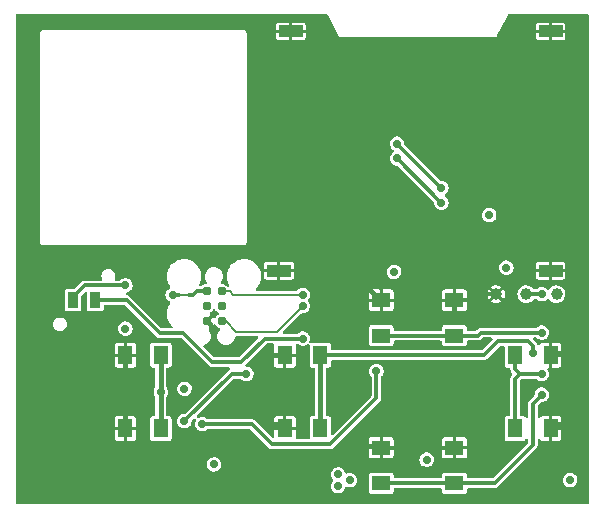
<source format=gbr>
%TF.GenerationSoftware,KiCad,Pcbnew,6.0.0*%
%TF.CreationDate,2022-06-11T19:07:51+02:00*%
%TF.ProjectId,cowdin-3c-esp-ui,636f7764-696e-42d3-9363-2d6573702d75,1*%
%TF.SameCoordinates,Original*%
%TF.FileFunction,Copper,L1,Top*%
%TF.FilePolarity,Positive*%
%FSLAX46Y46*%
G04 Gerber Fmt 4.6, Leading zero omitted, Abs format (unit mm)*
G04 Created by KiCad (PCBNEW 6.0.0) date 2022-06-11 19:07:51*
%MOMM*%
%LPD*%
G01*
G04 APERTURE LIST*
%TA.AperFunction,SMDPad,CuDef*%
%ADD10R,1.600000X1.300000*%
%TD*%
%TA.AperFunction,SMDPad,CuDef*%
%ADD11R,2.000000X1.000000*%
%TD*%
%TA.AperFunction,SMDPad,CuDef*%
%ADD12R,1.300000X1.600000*%
%TD*%
%TA.AperFunction,SMDPad,CuDef*%
%ADD13C,1.000000*%
%TD*%
%TA.AperFunction,SMDPad,CuDef*%
%ADD14R,0.889000X1.397000*%
%TD*%
%TA.AperFunction,ConnectorPad*%
%ADD15C,0.787400*%
%TD*%
%TA.AperFunction,ViaPad*%
%ADD16C,0.711200*%
%TD*%
%TA.AperFunction,Conductor*%
%ADD17C,0.250000*%
%TD*%
%TA.AperFunction,Conductor*%
%ADD18C,0.406400*%
%TD*%
%TA.AperFunction,Conductor*%
%ADD19C,0.304800*%
%TD*%
%TA.AperFunction,Conductor*%
%ADD20C,0.203200*%
%TD*%
G04 APERTURE END LIST*
D10*
%TO.P,SW4,1,1*%
%TO.N,GND*%
X155150000Y-108500000D03*
X161350000Y-108500000D03*
%TO.P,SW4,2,2*%
%TO.N,SW4*%
X155150000Y-111500000D03*
X161350000Y-111500000D03*
%TD*%
D11*
%TO.P,SHLD4,1,1*%
%TO.N,GND*%
X146500000Y-106000000D03*
%TD*%
D12*
%TO.P,SW3,1,1*%
%TO.N,GND*%
X169500000Y-113150000D03*
X169500000Y-119350000D03*
%TO.P,SW3,2,2*%
%TO.N,SW3*%
X166500000Y-113150000D03*
X166500000Y-119350000D03*
%TD*%
D13*
%TO.P,TP2,1,1*%
%TO.N,Net-(TP2-Pad1)*%
X170000000Y-108000000D03*
%TD*%
D11*
%TO.P,SHLD2,1,1*%
%TO.N,GND*%
X169500000Y-85750000D03*
%TD*%
D12*
%TO.P,SW1,1,1*%
%TO.N,GND*%
X133500000Y-119350000D03*
X133500000Y-113150000D03*
%TO.P,SW1,2,2*%
%TO.N,SW1*%
X136500000Y-119350000D03*
X136500000Y-113150000D03*
%TD*%
D13*
%TO.P,TP1,1,1*%
%TO.N,Net-(TP1-Pad1)*%
X167450000Y-108000000D03*
%TD*%
D11*
%TO.P,SHLD1,1,1*%
%TO.N,GND*%
X147500000Y-85750000D03*
%TD*%
D13*
%TO.P,TP3,1,1*%
%TO.N,GND*%
X164900000Y-108000000D03*
%TD*%
D14*
%TO.P,D2,1,A*%
%TO.N,Net-(D2-Pad1)*%
X129047500Y-108500000D03*
%TO.P,D2,2,K*%
%TO.N,LED1*%
X130952500Y-108500000D03*
%TD*%
D11*
%TO.P,SHLD3,1,1*%
%TO.N,GND*%
X169500000Y-106000000D03*
%TD*%
D12*
%TO.P,SW2,1,1*%
%TO.N,GND*%
X147000000Y-113150000D03*
X147000000Y-119350000D03*
%TO.P,SW2,2,2*%
%TO.N,SW2*%
X150000000Y-119350000D03*
X150000000Y-113150000D03*
%TD*%
D10*
%TO.P,SW5,1,1*%
%TO.N,GND*%
X161350000Y-121000000D03*
X155150000Y-121000000D03*
%TO.P,SW5,2,2*%
%TO.N,SW5*%
X161350000Y-124000000D03*
X155150000Y-124000000D03*
%TD*%
D15*
%TO.P,P2,1,PWR*%
%TO.N,+VUSB*%
X140365000Y-107730000D03*
%TO.P,P2,2,DBG1*%
%TO.N,SWDAT*%
X141635000Y-107730000D03*
%TO.P,P2,3,USB1*%
%TO.N,Net-(D1-Pad1)*%
X140365000Y-109000000D03*
%TO.P,P2,4,USB2*%
%TO.N,Net-(D1-Pad3)*%
X141635000Y-109000000D03*
%TO.P,P2,5,GND*%
%TO.N,GND*%
X140365000Y-110270000D03*
%TO.P,P2,6,DBG2*%
%TO.N,SWCLK*%
X141635000Y-110270000D03*
%TD*%
D16*
%TO.N,+3.3V*%
X159000000Y-122000000D03*
X164300000Y-101300000D03*
X165750000Y-105750000D03*
X156250000Y-106100000D03*
X152500000Y-123750000D03*
X133500000Y-110900000D03*
X141000000Y-122400000D03*
X151500000Y-124250000D03*
X171150000Y-123750000D03*
X151500000Y-123250000D03*
%TO.N,GND*%
X124600000Y-117000000D03*
X166500000Y-125400000D03*
X162750000Y-97150000D03*
X152500000Y-125400000D03*
X144750000Y-120875000D03*
X167500000Y-85750000D03*
X168400000Y-90500000D03*
X124600000Y-103000000D03*
X140500000Y-125400000D03*
X148500000Y-84600000D03*
X172400000Y-87000000D03*
X168500000Y-125400000D03*
X160500000Y-86600000D03*
X157250000Y-116250000D03*
X172400000Y-121000000D03*
X124600000Y-115000000D03*
X136500000Y-125400000D03*
X126500000Y-84600000D03*
X124600000Y-99000000D03*
X128500000Y-125400000D03*
X162750000Y-120100000D03*
X136500000Y-84600000D03*
X172400000Y-99000000D03*
X161350000Y-110000000D03*
X150500000Y-98150000D03*
X158500000Y-125400000D03*
X172400000Y-91000000D03*
X143750000Y-116000000D03*
X172400000Y-93000000D03*
X162500000Y-125400000D03*
X172400000Y-107000000D03*
X144500000Y-125400000D03*
X156500000Y-125400000D03*
X172400000Y-109000000D03*
X124600000Y-95000000D03*
X142500000Y-84600000D03*
X152750000Y-111900000D03*
X172400000Y-97000000D03*
X159002566Y-118004033D03*
X152500000Y-86600000D03*
X148500000Y-125400000D03*
X132500000Y-125400000D03*
X124600000Y-89000000D03*
X150500000Y-125400000D03*
X138500000Y-125400000D03*
X135500000Y-122400000D03*
X138500000Y-112500000D03*
X168500000Y-84600000D03*
X146500000Y-125400000D03*
X156500000Y-86600000D03*
X167250000Y-100000000D03*
X170500000Y-125400000D03*
X146850000Y-95500000D03*
X172400000Y-113000000D03*
X130500000Y-125400000D03*
X153250000Y-120875000D03*
X144500000Y-84600000D03*
X145750000Y-113150000D03*
X138500000Y-84600000D03*
X147250000Y-124000000D03*
X124600000Y-87000000D03*
X124600000Y-113000000D03*
X172400000Y-123000000D03*
X124600000Y-107000000D03*
X141000000Y-112700000D03*
X172400000Y-105000000D03*
X160500000Y-125400000D03*
X124600000Y-121000000D03*
X124600000Y-119000000D03*
X172400000Y-95000000D03*
X153800000Y-107250000D03*
X146500000Y-84600000D03*
X124600000Y-97000000D03*
X124600000Y-91000000D03*
X138500000Y-117250000D03*
X172400000Y-125000000D03*
X130500000Y-84600000D03*
X164500000Y-125400000D03*
X145500000Y-85750000D03*
X124600000Y-125000000D03*
X140500000Y-84600000D03*
X172400000Y-115000000D03*
X163500000Y-90500000D03*
X124600000Y-109000000D03*
X164500000Y-86600000D03*
X172400000Y-117000000D03*
X124600000Y-111000000D03*
X170500000Y-84600000D03*
X154500000Y-125400000D03*
X162500000Y-86600000D03*
X124600000Y-93000000D03*
X150500000Y-85600000D03*
X124600000Y-105000000D03*
X165650000Y-85600000D03*
X134500000Y-125400000D03*
X167250000Y-105750000D03*
X166500000Y-84600000D03*
X154500000Y-86600000D03*
X172400000Y-85000000D03*
X161400000Y-95750000D03*
X148450000Y-90500000D03*
X158500000Y-86600000D03*
X145750000Y-119000000D03*
X172400000Y-111000000D03*
X124600000Y-85000000D03*
X124600000Y-123000000D03*
X172400000Y-119000000D03*
X124600000Y-101000000D03*
X126500000Y-125400000D03*
X172400000Y-103000000D03*
X139000000Y-122400000D03*
X170000000Y-121300000D03*
X171250000Y-85750000D03*
X132500000Y-84600000D03*
X166500000Y-110000000D03*
X142500000Y-125400000D03*
X128500000Y-84600000D03*
X134500000Y-84600000D03*
X144500000Y-87000000D03*
X172400000Y-89000000D03*
X152000000Y-98150000D03*
X133500000Y-116250000D03*
X172400000Y-101000000D03*
%TO.N,SW1*%
X136500000Y-116250000D03*
X143750000Y-114750000D03*
X138500000Y-118750000D03*
%TO.N,SW2*%
X168000000Y-113000000D03*
%TO.N,SW3*%
X168750000Y-114750000D03*
%TO.N,SW4*%
X168750000Y-111250000D03*
%TO.N,SW5*%
X168750000Y-116500000D03*
%TO.N,DISP_SCK*%
X160250000Y-99000000D03*
X156492500Y-95250000D03*
%TO.N,DISP_MOSI*%
X160250000Y-100250000D03*
X156500000Y-96500000D03*
%TO.N,Net-(D1-Pad3)*%
X141635000Y-109000000D03*
%TO.N,Net-(D1-Pad1)*%
X140365000Y-109000000D03*
%TO.N,Net-(TP1-Pad1)*%
X168750000Y-108000000D03*
%TO.N,RST*%
X140000000Y-119000000D03*
X154750000Y-114500000D03*
%TO.N,SWCLK*%
X148500000Y-109000000D03*
%TO.N,SWDAT*%
X148500000Y-108050000D03*
%TO.N,+VUSB*%
X137500000Y-108050000D03*
X138500000Y-116000000D03*
%TO.N,Net-(D2-Pad1)*%
X133500000Y-107250000D03*
%TO.N,Net-(TP2-Pad1)*%
X170000000Y-108000000D03*
%TO.N,LED1*%
X148500000Y-111750000D03*
%TD*%
D17*
%TO.N,GND*%
X149000000Y-85750000D02*
X149150000Y-85600000D01*
D18*
X133500000Y-119350000D02*
X133500000Y-116250000D01*
D19*
X153250000Y-120875000D02*
X155025000Y-120875000D01*
X155025000Y-120875000D02*
X155150000Y-121000000D01*
X161400000Y-92600000D02*
X163500000Y-90500000D01*
D18*
X155150000Y-108500000D02*
X155050000Y-108500000D01*
X155050000Y-108500000D02*
X153800000Y-107250000D01*
D17*
X149150000Y-85600000D02*
X150500000Y-85600000D01*
D18*
X141000000Y-112700000D02*
X141000000Y-110905000D01*
D17*
X169500000Y-85750000D02*
X167500000Y-85750000D01*
D18*
X172400000Y-113000000D02*
X169650000Y-113000000D01*
D19*
X161350000Y-121000000D02*
X155150000Y-121000000D01*
D18*
X172400000Y-119000000D02*
X169850000Y-119000000D01*
X133500000Y-113150000D02*
X133500000Y-116250000D01*
D17*
X147500000Y-85750000D02*
X149000000Y-85750000D01*
D19*
X161350000Y-108500000D02*
X163150000Y-108500000D01*
X163150000Y-108500000D02*
X163650000Y-108000000D01*
D18*
X141000000Y-110905000D02*
X140365000Y-110270000D01*
D17*
X147500000Y-85750000D02*
X145500000Y-85750000D01*
X169500000Y-85750000D02*
X171250000Y-85750000D01*
D19*
X161400000Y-95750000D02*
X161400000Y-92600000D01*
X163650000Y-108000000D02*
X164900000Y-108000000D01*
D18*
X169850000Y-119000000D02*
X169500000Y-119350000D01*
X146650000Y-119000000D02*
X145750000Y-119000000D01*
X169650000Y-113000000D02*
X169500000Y-113150000D01*
X147000000Y-119350000D02*
X146650000Y-119000000D01*
X161350000Y-108500000D02*
X161350000Y-110000000D01*
X147000000Y-113150000D02*
X145750000Y-113150000D01*
%TO.N,SW1*%
X136500000Y-119350000D02*
X136500000Y-116250000D01*
X136500000Y-113150000D02*
X136500000Y-116250000D01*
D19*
X142500000Y-114750000D02*
X143750000Y-114750000D01*
X138500000Y-118750000D02*
X142500000Y-114750000D01*
%TO.N,SW2*%
X163850000Y-113150000D02*
X165050000Y-111950000D01*
X165050000Y-111950000D02*
X167550000Y-111950000D01*
X167550000Y-111950000D02*
X168000000Y-112400000D01*
X168000000Y-112400000D02*
X168000000Y-113000000D01*
X150000000Y-113150000D02*
X163850000Y-113150000D01*
D18*
X150000000Y-119350000D02*
X150000000Y-113150000D01*
D19*
%TO.N,SW3*%
X166900000Y-114750000D02*
X166500000Y-114350000D01*
X166500000Y-113150000D02*
X166500000Y-114350000D01*
X166500000Y-115150000D02*
X166900000Y-114750000D01*
X168750000Y-114750000D02*
X166900000Y-114750000D01*
X166500000Y-119350000D02*
X166500000Y-115150000D01*
%TO.N,SW4*%
X163600000Y-111250000D02*
X168750000Y-111250000D01*
X161350000Y-111500000D02*
X163350000Y-111500000D01*
X163350000Y-111500000D02*
X163600000Y-111250000D01*
X155150000Y-111500000D02*
X161350000Y-111500000D01*
%TO.N,SW5*%
X161350000Y-124000000D02*
X155150000Y-124000000D01*
X168000000Y-120750000D02*
X168000000Y-117250000D01*
X164750000Y-124000000D02*
X168000000Y-120750000D01*
X168000000Y-117250000D02*
X168750000Y-116500000D01*
X161350000Y-124000000D02*
X164750000Y-124000000D01*
%TO.N,DISP_SCK*%
X160242500Y-99000000D02*
X156492500Y-95250000D01*
X160250000Y-99000000D02*
X160242500Y-99000000D01*
%TO.N,DISP_MOSI*%
X160250000Y-100250000D02*
X156500000Y-96500000D01*
%TO.N,Net-(TP1-Pad1)*%
X168750000Y-108000000D02*
X167450000Y-108000000D01*
%TO.N,RST*%
X145900000Y-120700000D02*
X150850000Y-120700000D01*
X154750000Y-116800000D02*
X154750000Y-114500000D01*
X144200000Y-119000000D02*
X145900000Y-120700000D01*
X150850000Y-120700000D02*
X154750000Y-116800000D01*
X140000000Y-119000000D02*
X144200000Y-119000000D01*
D20*
%TO.N,SWCLK*%
X141999131Y-110270000D02*
X142902702Y-111173571D01*
X146326429Y-111173571D02*
X148500000Y-109000000D01*
X142902702Y-111173571D02*
X146326429Y-111173571D01*
X141635000Y-110270000D02*
X141999131Y-110270000D01*
%TO.N,SWDAT*%
X141635000Y-107730000D02*
X142330000Y-107730000D01*
X142330000Y-107730000D02*
X142650000Y-108050000D01*
X142650000Y-108050000D02*
X148500000Y-108050000D01*
D19*
%TO.N,+VUSB*%
X138004371Y-108045629D02*
X138000000Y-108050000D01*
X139570000Y-107730000D02*
X139254371Y-108045629D01*
X138000000Y-108050000D02*
X137500000Y-108050000D01*
D20*
X138850000Y-108045629D02*
X138004371Y-108045629D01*
D19*
X140365000Y-107730000D02*
X139570000Y-107730000D01*
X139254371Y-108045629D02*
X138850000Y-108045629D01*
%TO.N,Net-(D2-Pad1)*%
X129047500Y-108252500D02*
X130050000Y-107250000D01*
X130050000Y-107250000D02*
X133500000Y-107250000D01*
X129047500Y-108500000D02*
X129047500Y-108252500D01*
%TO.N,LED1*%
X138400000Y-111300000D02*
X140850000Y-113750000D01*
X145300000Y-111750000D02*
X148500000Y-111750000D01*
X130952500Y-108500000D02*
X133600000Y-108500000D01*
X133600000Y-108500000D02*
X136400000Y-111300000D01*
X143300000Y-113750000D02*
X145300000Y-111750000D01*
X136400000Y-111300000D02*
X138400000Y-111300000D01*
X140850000Y-113750000D02*
X143300000Y-113750000D01*
%TD*%
%TA.AperFunction,Conductor*%
%TO.N,GND*%
G36*
X150583268Y-84274002D02*
G01*
X150627845Y-84323651D01*
X151500670Y-86069301D01*
X151504381Y-86077433D01*
X151508316Y-86086932D01*
X151510737Y-86099106D01*
X151525549Y-86121273D01*
X151527855Y-86125240D01*
X151527935Y-86125189D01*
X151531235Y-86130431D01*
X151534003Y-86135968D01*
X151541074Y-86145079D01*
X151546296Y-86152325D01*
X151559982Y-86172807D01*
X151566876Y-86183124D01*
X151574612Y-86188293D01*
X151580318Y-86195645D01*
X151591098Y-86201790D01*
X151591100Y-86201792D01*
X151612515Y-86214000D01*
X151620102Y-86218688D01*
X151650894Y-86239263D01*
X151660019Y-86241078D01*
X151668104Y-86245687D01*
X151702082Y-86249970D01*
X151704860Y-86250320D01*
X151713687Y-86251753D01*
X151716396Y-86252292D01*
X151724983Y-86254000D01*
X151731176Y-86254000D01*
X151737336Y-86254607D01*
X151737327Y-86254702D01*
X151741896Y-86254989D01*
X151768359Y-86258325D01*
X151780330Y-86255047D01*
X151790595Y-86254317D01*
X151799529Y-86254000D01*
X164700471Y-86254000D01*
X164709405Y-86254317D01*
X164719670Y-86255047D01*
X164731641Y-86258325D01*
X164743953Y-86256773D01*
X164758105Y-86254989D01*
X164762673Y-86254702D01*
X164762664Y-86254607D01*
X164768824Y-86254000D01*
X164775017Y-86254000D01*
X164783604Y-86252292D01*
X164786313Y-86251753D01*
X164795140Y-86250320D01*
X164797918Y-86249970D01*
X164831896Y-86245687D01*
X164839981Y-86241078D01*
X164849106Y-86239263D01*
X164879898Y-86218688D01*
X164887485Y-86214000D01*
X164908900Y-86201792D01*
X164908902Y-86201790D01*
X164919682Y-86195645D01*
X164925388Y-86188293D01*
X164933124Y-86183124D01*
X164940018Y-86172807D01*
X164953704Y-86152325D01*
X164958926Y-86145079D01*
X164965997Y-86135968D01*
X164968765Y-86130431D01*
X164972065Y-86125189D01*
X164972145Y-86125240D01*
X164974451Y-86121273D01*
X164989263Y-86099106D01*
X164991684Y-86086932D01*
X164995619Y-86077433D01*
X164999330Y-86069301D01*
X165231538Y-85604885D01*
X168246000Y-85604885D01*
X168250475Y-85620124D01*
X168251865Y-85621329D01*
X168259548Y-85623000D01*
X169354885Y-85623000D01*
X169370124Y-85618525D01*
X169371329Y-85617135D01*
X169373000Y-85609452D01*
X169373000Y-85604885D01*
X169627000Y-85604885D01*
X169631475Y-85620124D01*
X169632865Y-85621329D01*
X169640548Y-85623000D01*
X170735884Y-85623000D01*
X170751123Y-85618525D01*
X170752328Y-85617135D01*
X170753999Y-85609452D01*
X170753999Y-85231172D01*
X170752791Y-85218912D01*
X170741685Y-85163069D01*
X170732367Y-85140573D01*
X170690017Y-85077192D01*
X170672808Y-85059983D01*
X170609425Y-85017632D01*
X170586934Y-85008316D01*
X170531085Y-84997207D01*
X170518830Y-84996000D01*
X169645115Y-84996000D01*
X169629876Y-85000475D01*
X169628671Y-85001865D01*
X169627000Y-85009548D01*
X169627000Y-85604885D01*
X169373000Y-85604885D01*
X169373000Y-85014116D01*
X169368525Y-84998877D01*
X169367135Y-84997672D01*
X169359452Y-84996001D01*
X168481172Y-84996001D01*
X168468912Y-84997209D01*
X168413069Y-85008315D01*
X168390573Y-85017633D01*
X168327192Y-85059983D01*
X168309983Y-85077192D01*
X168267632Y-85140575D01*
X168258316Y-85163066D01*
X168247207Y-85218915D01*
X168246000Y-85231170D01*
X168246000Y-85604885D01*
X165231538Y-85604885D01*
X165872155Y-84323651D01*
X165920510Y-84271667D01*
X165984853Y-84254000D01*
X172620000Y-84254000D01*
X172688121Y-84274002D01*
X172734614Y-84327658D01*
X172746000Y-84380000D01*
X172746000Y-125620000D01*
X172725998Y-125688121D01*
X172672342Y-125734614D01*
X172620000Y-125746000D01*
X124380000Y-125746000D01*
X124311879Y-125725998D01*
X124265386Y-125672342D01*
X124254000Y-125620000D01*
X124254000Y-124243564D01*
X150885453Y-124243564D01*
X150901657Y-124390340D01*
X150904267Y-124397472D01*
X150928898Y-124464779D01*
X150952404Y-124529014D01*
X150956640Y-124535317D01*
X150956640Y-124535318D01*
X150968019Y-124552251D01*
X151034765Y-124651580D01*
X151040384Y-124656693D01*
X151040385Y-124656694D01*
X151138369Y-124745852D01*
X151143985Y-124750962D01*
X151273758Y-124821423D01*
X151416592Y-124858895D01*
X151493379Y-124860101D01*
X151556643Y-124861095D01*
X151556646Y-124861095D01*
X151564241Y-124861214D01*
X151616036Y-124849351D01*
X151700779Y-124829943D01*
X151700783Y-124829942D01*
X151708182Y-124828247D01*
X151728954Y-124817800D01*
X151833321Y-124765310D01*
X151833324Y-124765308D01*
X151840104Y-124761898D01*
X151934662Y-124681137D01*
X151946613Y-124670930D01*
X151952391Y-124665995D01*
X152038561Y-124546077D01*
X152093640Y-124409065D01*
X152094711Y-124401540D01*
X152094928Y-124400730D01*
X152131880Y-124340107D01*
X152195740Y-124309086D01*
X152263022Y-124316190D01*
X152267078Y-124317796D01*
X152273758Y-124321423D01*
X152416592Y-124358895D01*
X152493379Y-124360101D01*
X152556643Y-124361095D01*
X152556646Y-124361095D01*
X152564241Y-124361214D01*
X152616036Y-124349351D01*
X152700779Y-124329943D01*
X152700783Y-124329942D01*
X152708182Y-124328247D01*
X152746280Y-124309086D01*
X152833321Y-124265310D01*
X152833324Y-124265308D01*
X152840104Y-124261898D01*
X152952391Y-124165995D01*
X153038561Y-124046077D01*
X153093640Y-123909065D01*
X153110868Y-123788010D01*
X153113865Y-123766955D01*
X153113865Y-123766952D01*
X153114446Y-123762871D01*
X153114581Y-123750000D01*
X153096841Y-123603402D01*
X153044644Y-123465267D01*
X152961004Y-123343570D01*
X152947031Y-123331120D01*
X152870431Y-123262872D01*
X152850750Y-123245337D01*
X152841388Y-123240380D01*
X152726957Y-123179792D01*
X152726955Y-123179791D01*
X152720246Y-123176239D01*
X152654095Y-123159623D01*
X152584398Y-123142116D01*
X152584394Y-123142116D01*
X152577027Y-123140265D01*
X152569428Y-123140225D01*
X152569426Y-123140225D01*
X152507798Y-123139903D01*
X152429362Y-123139492D01*
X152421982Y-123141264D01*
X152421980Y-123141264D01*
X152293153Y-123172192D01*
X152293149Y-123172193D01*
X152285774Y-123173964D01*
X152279032Y-123177444D01*
X152279026Y-123177446D01*
X152274673Y-123179693D01*
X152204965Y-123193162D01*
X152139042Y-123166806D01*
X152097833Y-123108993D01*
X152097299Y-123107185D01*
X152096841Y-123103402D01*
X152094157Y-123096299D01*
X152094156Y-123096295D01*
X152047328Y-122972370D01*
X152044644Y-122965267D01*
X152004576Y-122906967D01*
X151965306Y-122849829D01*
X151965305Y-122849827D01*
X151961004Y-122843570D01*
X151935594Y-122820930D01*
X151856421Y-122750390D01*
X151850750Y-122745337D01*
X151843866Y-122741692D01*
X151726957Y-122679792D01*
X151726955Y-122679791D01*
X151720246Y-122676239D01*
X151673340Y-122664457D01*
X151584398Y-122642116D01*
X151584394Y-122642116D01*
X151577027Y-122640265D01*
X151569428Y-122640225D01*
X151569426Y-122640225D01*
X151507798Y-122639903D01*
X151429362Y-122639492D01*
X151421982Y-122641264D01*
X151421980Y-122641264D01*
X151293153Y-122672192D01*
X151293149Y-122672193D01*
X151285774Y-122673964D01*
X151154554Y-122741692D01*
X151148832Y-122746684D01*
X151148830Y-122746685D01*
X151085903Y-122801580D01*
X151043277Y-122838765D01*
X150958368Y-122959579D01*
X150955609Y-122966654D01*
X150955608Y-122966657D01*
X150938283Y-123011095D01*
X150904727Y-123097160D01*
X150903735Y-123104693D01*
X150903735Y-123104694D01*
X150893849Y-123179792D01*
X150885453Y-123243564D01*
X150901657Y-123390340D01*
X150952404Y-123529014D01*
X151034765Y-123651580D01*
X151040384Y-123656693D01*
X151045346Y-123662441D01*
X151044292Y-123663351D01*
X151076976Y-123717034D01*
X151075251Y-123788010D01*
X151048920Y-123833842D01*
X151043277Y-123838765D01*
X150958368Y-123959579D01*
X150955609Y-123966654D01*
X150955608Y-123966657D01*
X150924644Y-124046077D01*
X150904727Y-124097160D01*
X150903735Y-124104693D01*
X150903735Y-124104694D01*
X150888422Y-124221015D01*
X150885453Y-124243564D01*
X124254000Y-124243564D01*
X124254000Y-122393564D01*
X140385453Y-122393564D01*
X140401657Y-122540340D01*
X140404267Y-122547472D01*
X140438590Y-122641264D01*
X140452404Y-122679014D01*
X140456640Y-122685317D01*
X140456640Y-122685318D01*
X140468019Y-122702251D01*
X140534765Y-122801580D01*
X140540384Y-122806693D01*
X140540385Y-122806694D01*
X140587790Y-122849829D01*
X140643985Y-122900962D01*
X140773758Y-122971423D01*
X140916592Y-123008895D01*
X140993379Y-123010101D01*
X141056643Y-123011095D01*
X141056646Y-123011095D01*
X141064241Y-123011214D01*
X141116036Y-122999351D01*
X141200779Y-122979943D01*
X141200783Y-122979942D01*
X141208182Y-122978247D01*
X141228954Y-122967800D01*
X141333321Y-122915310D01*
X141333324Y-122915308D01*
X141340104Y-122911898D01*
X141452391Y-122815995D01*
X141538561Y-122696077D01*
X141573358Y-122609518D01*
X141590805Y-122566118D01*
X141590806Y-122566116D01*
X141593640Y-122559065D01*
X141614446Y-122412871D01*
X141614581Y-122400000D01*
X141596841Y-122253402D01*
X141544644Y-122115267D01*
X141466189Y-122001114D01*
X141465306Y-121999829D01*
X141465305Y-121999827D01*
X141461004Y-121993570D01*
X141460997Y-121993564D01*
X158385453Y-121993564D01*
X158401657Y-122140340D01*
X158404267Y-122147472D01*
X158445791Y-122260942D01*
X158452404Y-122279014D01*
X158456640Y-122285317D01*
X158456640Y-122285318D01*
X158468019Y-122302251D01*
X158534765Y-122401580D01*
X158540384Y-122406693D01*
X158540385Y-122406694D01*
X158550607Y-122415995D01*
X158643985Y-122500962D01*
X158773758Y-122571423D01*
X158916592Y-122608895D01*
X158993379Y-122610101D01*
X159056643Y-122611095D01*
X159056646Y-122611095D01*
X159064241Y-122611214D01*
X159116036Y-122599351D01*
X159200779Y-122579943D01*
X159200783Y-122579942D01*
X159208182Y-122578247D01*
X159261286Y-122551539D01*
X159333321Y-122515310D01*
X159333324Y-122515308D01*
X159340104Y-122511898D01*
X159452391Y-122415995D01*
X159538561Y-122296077D01*
X159593640Y-122159065D01*
X159614446Y-122012871D01*
X159614581Y-122000000D01*
X159613222Y-121988765D01*
X159602818Y-121902793D01*
X159596841Y-121853402D01*
X159544644Y-121715267D01*
X159536463Y-121703363D01*
X159512728Y-121668828D01*
X160296001Y-121668828D01*
X160297209Y-121681088D01*
X160308315Y-121736931D01*
X160317633Y-121759427D01*
X160359983Y-121822808D01*
X160377192Y-121840017D01*
X160440575Y-121882368D01*
X160463066Y-121891684D01*
X160518915Y-121902793D01*
X160531170Y-121904000D01*
X161204885Y-121904000D01*
X161220124Y-121899525D01*
X161221329Y-121898135D01*
X161223000Y-121890452D01*
X161223000Y-121885884D01*
X161477000Y-121885884D01*
X161481475Y-121901123D01*
X161482865Y-121902328D01*
X161490548Y-121903999D01*
X162168828Y-121903999D01*
X162181088Y-121902791D01*
X162236931Y-121891685D01*
X162259427Y-121882367D01*
X162322808Y-121840017D01*
X162340017Y-121822808D01*
X162382368Y-121759425D01*
X162391684Y-121736934D01*
X162402793Y-121681085D01*
X162404000Y-121668830D01*
X162404000Y-121145115D01*
X162399525Y-121129876D01*
X162398135Y-121128671D01*
X162390452Y-121127000D01*
X161495115Y-121127000D01*
X161479876Y-121131475D01*
X161478671Y-121132865D01*
X161477000Y-121140548D01*
X161477000Y-121885884D01*
X161223000Y-121885884D01*
X161223000Y-121145115D01*
X161218525Y-121129876D01*
X161217135Y-121128671D01*
X161209452Y-121127000D01*
X160314116Y-121127000D01*
X160298877Y-121131475D01*
X160297672Y-121132865D01*
X160296001Y-121140548D01*
X160296001Y-121668828D01*
X159512728Y-121668828D01*
X159465306Y-121599829D01*
X159465305Y-121599827D01*
X159461004Y-121593570D01*
X159350750Y-121495337D01*
X159343866Y-121491692D01*
X159226957Y-121429792D01*
X159226955Y-121429791D01*
X159220246Y-121426239D01*
X159173340Y-121414457D01*
X159084398Y-121392116D01*
X159084394Y-121392116D01*
X159077027Y-121390265D01*
X159069428Y-121390225D01*
X159069426Y-121390225D01*
X159007798Y-121389903D01*
X158929362Y-121389492D01*
X158921982Y-121391264D01*
X158921980Y-121391264D01*
X158793153Y-121422192D01*
X158793149Y-121422193D01*
X158785774Y-121423964D01*
X158654554Y-121491692D01*
X158543277Y-121588765D01*
X158458368Y-121709579D01*
X158455609Y-121716654D01*
X158455608Y-121716657D01*
X158411499Y-121829792D01*
X158404727Y-121847160D01*
X158403735Y-121854693D01*
X158403735Y-121854694D01*
X158386743Y-121983769D01*
X158385453Y-121993564D01*
X141460997Y-121993564D01*
X141350750Y-121895337D01*
X141341524Y-121890452D01*
X141226957Y-121829792D01*
X141226955Y-121829791D01*
X141220246Y-121826239D01*
X141173340Y-121814457D01*
X141084398Y-121792116D01*
X141084394Y-121792116D01*
X141077027Y-121790265D01*
X141069428Y-121790225D01*
X141069426Y-121790225D01*
X141007798Y-121789903D01*
X140929362Y-121789492D01*
X140921982Y-121791264D01*
X140921980Y-121791264D01*
X140793153Y-121822192D01*
X140793149Y-121822193D01*
X140785774Y-121823964D01*
X140654554Y-121891692D01*
X140648832Y-121896684D01*
X140648830Y-121896685D01*
X140640446Y-121903999D01*
X140543277Y-121988765D01*
X140458368Y-122109579D01*
X140455609Y-122116654D01*
X140455608Y-122116657D01*
X140446375Y-122140340D01*
X140404727Y-122247160D01*
X140403735Y-122254693D01*
X140403735Y-122254694D01*
X140399216Y-122289024D01*
X140385453Y-122393564D01*
X124254000Y-122393564D01*
X124254000Y-121668828D01*
X154096001Y-121668828D01*
X154097209Y-121681088D01*
X154108315Y-121736931D01*
X154117633Y-121759427D01*
X154159983Y-121822808D01*
X154177192Y-121840017D01*
X154240575Y-121882368D01*
X154263066Y-121891684D01*
X154318915Y-121902793D01*
X154331170Y-121904000D01*
X155004885Y-121904000D01*
X155020124Y-121899525D01*
X155021329Y-121898135D01*
X155023000Y-121890452D01*
X155023000Y-121885884D01*
X155277000Y-121885884D01*
X155281475Y-121901123D01*
X155282865Y-121902328D01*
X155290548Y-121903999D01*
X155968828Y-121903999D01*
X155981088Y-121902791D01*
X156036931Y-121891685D01*
X156059427Y-121882367D01*
X156122808Y-121840017D01*
X156140017Y-121822808D01*
X156182368Y-121759425D01*
X156191684Y-121736934D01*
X156202793Y-121681085D01*
X156204000Y-121668830D01*
X156204000Y-121145115D01*
X156199525Y-121129876D01*
X156198135Y-121128671D01*
X156190452Y-121127000D01*
X155295115Y-121127000D01*
X155279876Y-121131475D01*
X155278671Y-121132865D01*
X155277000Y-121140548D01*
X155277000Y-121885884D01*
X155023000Y-121885884D01*
X155023000Y-121145115D01*
X155018525Y-121129876D01*
X155017135Y-121128671D01*
X155009452Y-121127000D01*
X154114116Y-121127000D01*
X154098877Y-121131475D01*
X154097672Y-121132865D01*
X154096001Y-121140548D01*
X154096001Y-121668828D01*
X124254000Y-121668828D01*
X124254000Y-120168828D01*
X132596001Y-120168828D01*
X132597209Y-120181088D01*
X132608315Y-120236931D01*
X132617633Y-120259427D01*
X132659983Y-120322808D01*
X132677192Y-120340017D01*
X132740575Y-120382368D01*
X132763066Y-120391684D01*
X132818915Y-120402793D01*
X132831170Y-120404000D01*
X133354885Y-120404000D01*
X133370124Y-120399525D01*
X133371329Y-120398135D01*
X133373000Y-120390452D01*
X133373000Y-120385884D01*
X133627000Y-120385884D01*
X133631475Y-120401123D01*
X133632865Y-120402328D01*
X133640548Y-120403999D01*
X134168828Y-120403999D01*
X134181088Y-120402791D01*
X134236931Y-120391685D01*
X134259427Y-120382367D01*
X134322808Y-120340017D01*
X134340017Y-120322808D01*
X134382368Y-120259425D01*
X134391684Y-120236934D01*
X134402793Y-120181085D01*
X134404000Y-120168830D01*
X134404000Y-119495115D01*
X134399525Y-119479876D01*
X134398135Y-119478671D01*
X134390452Y-119477000D01*
X133645115Y-119477000D01*
X133629876Y-119481475D01*
X133628671Y-119482865D01*
X133627000Y-119490548D01*
X133627000Y-120385884D01*
X133373000Y-120385884D01*
X133373000Y-119495115D01*
X133368525Y-119479876D01*
X133367135Y-119478671D01*
X133359452Y-119477000D01*
X132614116Y-119477000D01*
X132598877Y-119481475D01*
X132597672Y-119482865D01*
X132596001Y-119490548D01*
X132596001Y-120168828D01*
X124254000Y-120168828D01*
X124254000Y-119204885D01*
X132596000Y-119204885D01*
X132600475Y-119220124D01*
X132601865Y-119221329D01*
X132609548Y-119223000D01*
X133354885Y-119223000D01*
X133370124Y-119218525D01*
X133371329Y-119217135D01*
X133373000Y-119209452D01*
X133373000Y-119204885D01*
X133627000Y-119204885D01*
X133631475Y-119220124D01*
X133632865Y-119221329D01*
X133640548Y-119223000D01*
X134385884Y-119223000D01*
X134401123Y-119218525D01*
X134402328Y-119217135D01*
X134403999Y-119209452D01*
X134403999Y-118531172D01*
X134403384Y-118524933D01*
X135595500Y-118524933D01*
X135595501Y-120175066D01*
X135602612Y-120210818D01*
X135607806Y-120236931D01*
X135610266Y-120249301D01*
X135617161Y-120259620D01*
X135617162Y-120259622D01*
X135620211Y-120264185D01*
X135666516Y-120333484D01*
X135750699Y-120389734D01*
X135824933Y-120404500D01*
X136499890Y-120404500D01*
X137175066Y-120404499D01*
X137210818Y-120397388D01*
X137237126Y-120392156D01*
X137237128Y-120392155D01*
X137249301Y-120389734D01*
X137259621Y-120382839D01*
X137259622Y-120382838D01*
X137323168Y-120340377D01*
X137333484Y-120333484D01*
X137389734Y-120249301D01*
X137404500Y-120175067D01*
X137404499Y-118524934D01*
X137397388Y-118489182D01*
X137392156Y-118462874D01*
X137392155Y-118462872D01*
X137389734Y-118450699D01*
X137378795Y-118434327D01*
X137340377Y-118376832D01*
X137333484Y-118366516D01*
X137249301Y-118310266D01*
X137175067Y-118295500D01*
X137083700Y-118295500D01*
X137015579Y-118275498D01*
X136969086Y-118221842D01*
X136957700Y-118169500D01*
X136957700Y-116699183D01*
X136981377Y-116625657D01*
X137014226Y-116579943D01*
X137038561Y-116546077D01*
X137042886Y-116535318D01*
X137090805Y-116416118D01*
X137090806Y-116416116D01*
X137093640Y-116409065D01*
X137110724Y-116289024D01*
X137113865Y-116266955D01*
X137113865Y-116266952D01*
X137114446Y-116262871D01*
X137114581Y-116250000D01*
X137096841Y-116103402D01*
X137055337Y-115993564D01*
X137885453Y-115993564D01*
X137901657Y-116140340D01*
X137904267Y-116147472D01*
X137946497Y-116262871D01*
X137952404Y-116279014D01*
X137956640Y-116285317D01*
X137956640Y-116285318D01*
X137968019Y-116302251D01*
X138034765Y-116401580D01*
X138143985Y-116500962D01*
X138273758Y-116571423D01*
X138416592Y-116608895D01*
X138493379Y-116610101D01*
X138556643Y-116611095D01*
X138556646Y-116611095D01*
X138564241Y-116611214D01*
X138616036Y-116599351D01*
X138700779Y-116579943D01*
X138700783Y-116579942D01*
X138708182Y-116578247D01*
X138772146Y-116546077D01*
X138833321Y-116515310D01*
X138833324Y-116515308D01*
X138840104Y-116511898D01*
X138952391Y-116415995D01*
X139038561Y-116296077D01*
X139073333Y-116209579D01*
X139090805Y-116166118D01*
X139090806Y-116166116D01*
X139093640Y-116159065D01*
X139114446Y-116012871D01*
X139114581Y-116000000D01*
X139096841Y-115853402D01*
X139044644Y-115715267D01*
X138961004Y-115593570D01*
X138850750Y-115495337D01*
X138843866Y-115491692D01*
X138726957Y-115429792D01*
X138726955Y-115429791D01*
X138720246Y-115426239D01*
X138673340Y-115414457D01*
X138584398Y-115392116D01*
X138584394Y-115392116D01*
X138577027Y-115390265D01*
X138569428Y-115390225D01*
X138569426Y-115390225D01*
X138507798Y-115389903D01*
X138429362Y-115389492D01*
X138421982Y-115391264D01*
X138421980Y-115391264D01*
X138293153Y-115422192D01*
X138293149Y-115422193D01*
X138285774Y-115423964D01*
X138154554Y-115491692D01*
X138043277Y-115588765D01*
X137958368Y-115709579D01*
X137955609Y-115716654D01*
X137955608Y-115716657D01*
X137923255Y-115799639D01*
X137904727Y-115847160D01*
X137903735Y-115854693D01*
X137903735Y-115854694D01*
X137893849Y-115929792D01*
X137885453Y-115993564D01*
X137055337Y-115993564D01*
X137044644Y-115965267D01*
X136979860Y-115871005D01*
X136957700Y-115799639D01*
X136957700Y-114330499D01*
X136977702Y-114262378D01*
X137031358Y-114215885D01*
X137083700Y-114204499D01*
X137175066Y-114204499D01*
X137210818Y-114197388D01*
X137237126Y-114192156D01*
X137237128Y-114192155D01*
X137249301Y-114189734D01*
X137259621Y-114182839D01*
X137259622Y-114182838D01*
X137323168Y-114140377D01*
X137333484Y-114133484D01*
X137389734Y-114049301D01*
X137404500Y-113975067D01*
X137404499Y-112324934D01*
X137394109Y-112272694D01*
X137392156Y-112262874D01*
X137392155Y-112262872D01*
X137389734Y-112250699D01*
X137371679Y-112223677D01*
X137340377Y-112176832D01*
X137333484Y-112166516D01*
X137249301Y-112110266D01*
X137175067Y-112095500D01*
X136500110Y-112095500D01*
X135824934Y-112095501D01*
X135789182Y-112102612D01*
X135762874Y-112107844D01*
X135762872Y-112107845D01*
X135750699Y-112110266D01*
X135740379Y-112117161D01*
X135740378Y-112117162D01*
X135689988Y-112150832D01*
X135666516Y-112166516D01*
X135610266Y-112250699D01*
X135595500Y-112324933D01*
X135595501Y-113975066D01*
X135599801Y-113996685D01*
X135607806Y-114036931D01*
X135610266Y-114049301D01*
X135617161Y-114059620D01*
X135617162Y-114059622D01*
X135636635Y-114088765D01*
X135666516Y-114133484D01*
X135750699Y-114189734D01*
X135824933Y-114204500D01*
X135916300Y-114204500D01*
X135984421Y-114224502D01*
X136030914Y-114278158D01*
X136042300Y-114330500D01*
X136042300Y-115800307D01*
X136019387Y-115872757D01*
X135958368Y-115959579D01*
X135955609Y-115966654D01*
X135955608Y-115966657D01*
X135908097Y-116088517D01*
X135904727Y-116097160D01*
X135903735Y-116104693D01*
X135903735Y-116104694D01*
X135895649Y-116166118D01*
X135885453Y-116243564D01*
X135901657Y-116390340D01*
X135904267Y-116397472D01*
X135946497Y-116512871D01*
X135952404Y-116529014D01*
X135956640Y-116535317D01*
X135956640Y-116535318D01*
X136020882Y-116630920D01*
X136042300Y-116701196D01*
X136042300Y-118169501D01*
X136022298Y-118237622D01*
X135968642Y-118284115D01*
X135916300Y-118295501D01*
X135824934Y-118295501D01*
X135789182Y-118302612D01*
X135762874Y-118307844D01*
X135762872Y-118307845D01*
X135750699Y-118310266D01*
X135740379Y-118317161D01*
X135740378Y-118317162D01*
X135708048Y-118338765D01*
X135666516Y-118366516D01*
X135610266Y-118450699D01*
X135595500Y-118524933D01*
X134403384Y-118524933D01*
X134402791Y-118518912D01*
X134391685Y-118463069D01*
X134382367Y-118440573D01*
X134340017Y-118377192D01*
X134322808Y-118359983D01*
X134259425Y-118317632D01*
X134236934Y-118308316D01*
X134181085Y-118297207D01*
X134168830Y-118296000D01*
X133645115Y-118296000D01*
X133629876Y-118300475D01*
X133628671Y-118301865D01*
X133627000Y-118309548D01*
X133627000Y-119204885D01*
X133373000Y-119204885D01*
X133373000Y-118314116D01*
X133368525Y-118298877D01*
X133367135Y-118297672D01*
X133359452Y-118296001D01*
X132831172Y-118296001D01*
X132818912Y-118297209D01*
X132763069Y-118308315D01*
X132740573Y-118317633D01*
X132677192Y-118359983D01*
X132659983Y-118377192D01*
X132617632Y-118440575D01*
X132608316Y-118463066D01*
X132597207Y-118518915D01*
X132596000Y-118531170D01*
X132596000Y-119204885D01*
X124254000Y-119204885D01*
X124254000Y-113968828D01*
X132596001Y-113968828D01*
X132597209Y-113981088D01*
X132608315Y-114036931D01*
X132617633Y-114059427D01*
X132659983Y-114122808D01*
X132677192Y-114140017D01*
X132740575Y-114182368D01*
X132763066Y-114191684D01*
X132818915Y-114202793D01*
X132831170Y-114204000D01*
X133354885Y-114204000D01*
X133370124Y-114199525D01*
X133371329Y-114198135D01*
X133373000Y-114190452D01*
X133373000Y-114185884D01*
X133627000Y-114185884D01*
X133631475Y-114201123D01*
X133632865Y-114202328D01*
X133640548Y-114203999D01*
X134168828Y-114203999D01*
X134181088Y-114202791D01*
X134236931Y-114191685D01*
X134259427Y-114182367D01*
X134322808Y-114140017D01*
X134340017Y-114122808D01*
X134382368Y-114059425D01*
X134391684Y-114036934D01*
X134402793Y-113981085D01*
X134404000Y-113968830D01*
X134404000Y-113295115D01*
X134399525Y-113279876D01*
X134398135Y-113278671D01*
X134390452Y-113277000D01*
X133645115Y-113277000D01*
X133629876Y-113281475D01*
X133628671Y-113282865D01*
X133627000Y-113290548D01*
X133627000Y-114185884D01*
X133373000Y-114185884D01*
X133373000Y-113295115D01*
X133368525Y-113279876D01*
X133367135Y-113278671D01*
X133359452Y-113277000D01*
X132614116Y-113277000D01*
X132598877Y-113281475D01*
X132597672Y-113282865D01*
X132596001Y-113290548D01*
X132596001Y-113968828D01*
X124254000Y-113968828D01*
X124254000Y-113004885D01*
X132596000Y-113004885D01*
X132600475Y-113020124D01*
X132601865Y-113021329D01*
X132609548Y-113023000D01*
X133354885Y-113023000D01*
X133370124Y-113018525D01*
X133371329Y-113017135D01*
X133373000Y-113009452D01*
X133373000Y-113004885D01*
X133627000Y-113004885D01*
X133631475Y-113020124D01*
X133632865Y-113021329D01*
X133640548Y-113023000D01*
X134385884Y-113023000D01*
X134401123Y-113018525D01*
X134402328Y-113017135D01*
X134403999Y-113009452D01*
X134403999Y-112331172D01*
X134402791Y-112318912D01*
X134391685Y-112263069D01*
X134382367Y-112240573D01*
X134340017Y-112177192D01*
X134322808Y-112159983D01*
X134259425Y-112117632D01*
X134236934Y-112108316D01*
X134181085Y-112097207D01*
X134168830Y-112096000D01*
X133645115Y-112096000D01*
X133629876Y-112100475D01*
X133628671Y-112101865D01*
X133627000Y-112109548D01*
X133627000Y-113004885D01*
X133373000Y-113004885D01*
X133373000Y-112114116D01*
X133368525Y-112098877D01*
X133367135Y-112097672D01*
X133359452Y-112096001D01*
X132831172Y-112096001D01*
X132818912Y-112097209D01*
X132763069Y-112108315D01*
X132740573Y-112117633D01*
X132677192Y-112159983D01*
X132659983Y-112177192D01*
X132617632Y-112240575D01*
X132608316Y-112263066D01*
X132597207Y-112318915D01*
X132596000Y-112331170D01*
X132596000Y-113004885D01*
X124254000Y-113004885D01*
X124254000Y-110550000D01*
X127365500Y-110550000D01*
X127385416Y-110701280D01*
X127443808Y-110842250D01*
X127472672Y-110879866D01*
X127527032Y-110950709D01*
X127536696Y-110963304D01*
X127657750Y-111056192D01*
X127798720Y-111114584D01*
X127912020Y-111129500D01*
X127987980Y-111129500D01*
X128101280Y-111114584D01*
X128242250Y-111056192D01*
X128363304Y-110963304D01*
X128372969Y-110950709D01*
X128416817Y-110893564D01*
X132885453Y-110893564D01*
X132901657Y-111040340D01*
X132904267Y-111047472D01*
X132938590Y-111141264D01*
X132952404Y-111179014D01*
X132956640Y-111185317D01*
X132956640Y-111185318D01*
X133008754Y-111262871D01*
X133034765Y-111301580D01*
X133040384Y-111306693D01*
X133040385Y-111306694D01*
X133131800Y-111389875D01*
X133143985Y-111400962D01*
X133273758Y-111471423D01*
X133416592Y-111508895D01*
X133493379Y-111510101D01*
X133556643Y-111511095D01*
X133556646Y-111511095D01*
X133564241Y-111511214D01*
X133616036Y-111499351D01*
X133700779Y-111479943D01*
X133700783Y-111479942D01*
X133708182Y-111478247D01*
X133746433Y-111459009D01*
X133833321Y-111415310D01*
X133833324Y-111415308D01*
X133840104Y-111411898D01*
X133928117Y-111336727D01*
X133946613Y-111320930D01*
X133952391Y-111315995D01*
X134038561Y-111196077D01*
X134072785Y-111110942D01*
X134090805Y-111066118D01*
X134090806Y-111066116D01*
X134093640Y-111059065D01*
X134107176Y-110963953D01*
X134113865Y-110916955D01*
X134113865Y-110916952D01*
X134114446Y-110912871D01*
X134114581Y-110900000D01*
X134112516Y-110882931D01*
X134107752Y-110843570D01*
X134096841Y-110753402D01*
X134044644Y-110615267D01*
X134028306Y-110591495D01*
X133965306Y-110499829D01*
X133965305Y-110499827D01*
X133961004Y-110493570D01*
X133850750Y-110395337D01*
X133842731Y-110391091D01*
X133726957Y-110329792D01*
X133726955Y-110329791D01*
X133720246Y-110326239D01*
X133673340Y-110314457D01*
X133584398Y-110292116D01*
X133584394Y-110292116D01*
X133577027Y-110290265D01*
X133569428Y-110290225D01*
X133569426Y-110290225D01*
X133507798Y-110289903D01*
X133429362Y-110289492D01*
X133421982Y-110291264D01*
X133421980Y-110291264D01*
X133293153Y-110322192D01*
X133293149Y-110322193D01*
X133285774Y-110323964D01*
X133154554Y-110391692D01*
X133148832Y-110396684D01*
X133148830Y-110396685D01*
X133049004Y-110483769D01*
X133043277Y-110488765D01*
X132958368Y-110609579D01*
X132955609Y-110616654D01*
X132955608Y-110616657D01*
X132908217Y-110738209D01*
X132904727Y-110747160D01*
X132903735Y-110754693D01*
X132903735Y-110754694D01*
X132886853Y-110882931D01*
X132885453Y-110893564D01*
X128416817Y-110893564D01*
X128427328Y-110879866D01*
X128456192Y-110842250D01*
X128514584Y-110701280D01*
X128534500Y-110550000D01*
X128514584Y-110398720D01*
X128456192Y-110257750D01*
X128363304Y-110136696D01*
X128242250Y-110043808D01*
X128101280Y-109985416D01*
X127987980Y-109970500D01*
X127912020Y-109970500D01*
X127798720Y-109985416D01*
X127657750Y-110043808D01*
X127536696Y-110136696D01*
X127443808Y-110257750D01*
X127385416Y-110398720D01*
X127365500Y-110550000D01*
X124254000Y-110550000D01*
X124254000Y-107776433D01*
X128348500Y-107776433D01*
X128348501Y-109223566D01*
X128363266Y-109297801D01*
X128419516Y-109381984D01*
X128503699Y-109438234D01*
X128577933Y-109453000D01*
X129047424Y-109453000D01*
X129517066Y-109452999D01*
X129552818Y-109445888D01*
X129579126Y-109440656D01*
X129579128Y-109440655D01*
X129591301Y-109438234D01*
X129601621Y-109431339D01*
X129601622Y-109431338D01*
X129665168Y-109388877D01*
X129675484Y-109381984D01*
X129731734Y-109297801D01*
X129746500Y-109223567D01*
X129746499Y-108181134D01*
X129766501Y-108113013D01*
X129783404Y-108092039D01*
X130038405Y-107837038D01*
X130100717Y-107803012D01*
X130171532Y-107808077D01*
X130228368Y-107850624D01*
X130253179Y-107917144D01*
X130253500Y-107926133D01*
X130253501Y-108573349D01*
X130253501Y-109223566D01*
X130268266Y-109297801D01*
X130324516Y-109381984D01*
X130408699Y-109438234D01*
X130482933Y-109453000D01*
X130952424Y-109453000D01*
X131422066Y-109452999D01*
X131457818Y-109445888D01*
X131484126Y-109440656D01*
X131484128Y-109440655D01*
X131496301Y-109438234D01*
X131506621Y-109431339D01*
X131506622Y-109431338D01*
X131570168Y-109388877D01*
X131580484Y-109381984D01*
X131636734Y-109297801D01*
X131651500Y-109223567D01*
X131651500Y-109032900D01*
X131671502Y-108964779D01*
X131725158Y-108918286D01*
X131777500Y-108906900D01*
X133379267Y-108906900D01*
X133447388Y-108926902D01*
X133468362Y-108943805D01*
X136157849Y-111633292D01*
X136177904Y-111643510D01*
X136194759Y-111653840D01*
X136212968Y-111667070D01*
X136222401Y-111670135D01*
X136222403Y-111670136D01*
X136234380Y-111674028D01*
X136252641Y-111681592D01*
X136272694Y-111691809D01*
X136282487Y-111693360D01*
X136294926Y-111695330D01*
X136314152Y-111699946D01*
X136335554Y-111706900D01*
X138179267Y-111706900D01*
X138247388Y-111726902D01*
X138268362Y-111743805D01*
X140584922Y-114060366D01*
X140584926Y-114060369D01*
X140607849Y-114083292D01*
X140627905Y-114093511D01*
X140644748Y-114103833D01*
X140662968Y-114117070D01*
X140684377Y-114124026D01*
X140702640Y-114131591D01*
X140722694Y-114141809D01*
X140732486Y-114143360D01*
X140744930Y-114145331D01*
X140764149Y-114149945D01*
X140785553Y-114156899D01*
X140817972Y-114156899D01*
X140817976Y-114156900D01*
X142236284Y-114156900D01*
X142304405Y-114176902D01*
X142350898Y-114230558D01*
X142361002Y-114300832D01*
X142331508Y-114365412D01*
X142310345Y-114384836D01*
X142294756Y-114396162D01*
X142277905Y-114406489D01*
X142257849Y-114416708D01*
X142234926Y-114439631D01*
X142234922Y-114439634D01*
X138571692Y-118102864D01*
X138509380Y-118136890D01*
X138481938Y-118139767D01*
X138429362Y-118139492D01*
X138421983Y-118141264D01*
X138421979Y-118141264D01*
X138293153Y-118172192D01*
X138293149Y-118172193D01*
X138285774Y-118173964D01*
X138154554Y-118241692D01*
X138148832Y-118246684D01*
X138148830Y-118246685D01*
X138078181Y-118308316D01*
X138043277Y-118338765D01*
X137958368Y-118459579D01*
X137955609Y-118466654D01*
X137955608Y-118466657D01*
X137918757Y-118561176D01*
X137904727Y-118597160D01*
X137903735Y-118604693D01*
X137903735Y-118604694D01*
X137890051Y-118708640D01*
X137885453Y-118743564D01*
X137901657Y-118890340D01*
X137952404Y-119029014D01*
X137956640Y-119035317D01*
X137956640Y-119035318D01*
X137968019Y-119052251D01*
X138034765Y-119151580D01*
X138040384Y-119156693D01*
X138040385Y-119156694D01*
X138113255Y-119223000D01*
X138143985Y-119250962D01*
X138273758Y-119321423D01*
X138416592Y-119358895D01*
X138493379Y-119360101D01*
X138556643Y-119361095D01*
X138556646Y-119361095D01*
X138564241Y-119361214D01*
X138616036Y-119349351D01*
X138700779Y-119329943D01*
X138700783Y-119329942D01*
X138708182Y-119328247D01*
X138728954Y-119317800D01*
X138833321Y-119265310D01*
X138833324Y-119265308D01*
X138840104Y-119261898D01*
X138952391Y-119165995D01*
X139038561Y-119046077D01*
X139093640Y-118909065D01*
X139114446Y-118762871D01*
X139114489Y-118758747D01*
X139114802Y-118754635D01*
X139116607Y-118754772D01*
X139135200Y-118693912D01*
X139151355Y-118674088D01*
X139253211Y-118572232D01*
X139315523Y-118538206D01*
X139386338Y-118543271D01*
X139443174Y-118585818D01*
X139467985Y-118652338D01*
X139455960Y-118708640D01*
X139458368Y-118709579D01*
X139456221Y-118715087D01*
X139404727Y-118847160D01*
X139403735Y-118854693D01*
X139403735Y-118854694D01*
X139395649Y-118916118D01*
X139385453Y-118993564D01*
X139401657Y-119140340D01*
X139404267Y-119147472D01*
X139442139Y-119250962D01*
X139452404Y-119279014D01*
X139534765Y-119401580D01*
X139540384Y-119406693D01*
X139540385Y-119406694D01*
X139632540Y-119490548D01*
X139643985Y-119500962D01*
X139773758Y-119571423D01*
X139916592Y-119608895D01*
X139993379Y-119610101D01*
X140056643Y-119611095D01*
X140056646Y-119611095D01*
X140064241Y-119611214D01*
X140116036Y-119599351D01*
X140200779Y-119579943D01*
X140200783Y-119579942D01*
X140208182Y-119578247D01*
X140228954Y-119567800D01*
X140333321Y-119515310D01*
X140333324Y-119515308D01*
X140340104Y-119511898D01*
X140427694Y-119437089D01*
X140492482Y-119408058D01*
X140509524Y-119406900D01*
X143979267Y-119406900D01*
X144047388Y-119426902D01*
X144068362Y-119443805D01*
X145657849Y-121033292D01*
X145677904Y-121043510D01*
X145694759Y-121053840D01*
X145712968Y-121067070D01*
X145722401Y-121070135D01*
X145722403Y-121070136D01*
X145734380Y-121074028D01*
X145752641Y-121081592D01*
X145772694Y-121091809D01*
X145782487Y-121093360D01*
X145794926Y-121095330D01*
X145814152Y-121099946D01*
X145835554Y-121106900D01*
X150914446Y-121106900D01*
X150935848Y-121099946D01*
X150955074Y-121095330D01*
X150967513Y-121093360D01*
X150977306Y-121091809D01*
X150997359Y-121081592D01*
X151015620Y-121074028D01*
X151027597Y-121070136D01*
X151027599Y-121070135D01*
X151037032Y-121067070D01*
X151055241Y-121053840D01*
X151072096Y-121043510D01*
X151092151Y-121033292D01*
X151270558Y-120854885D01*
X154096000Y-120854885D01*
X154100475Y-120870124D01*
X154101865Y-120871329D01*
X154109548Y-120873000D01*
X155004885Y-120873000D01*
X155020124Y-120868525D01*
X155021329Y-120867135D01*
X155023000Y-120859452D01*
X155023000Y-120854885D01*
X155277000Y-120854885D01*
X155281475Y-120870124D01*
X155282865Y-120871329D01*
X155290548Y-120873000D01*
X156185884Y-120873000D01*
X156201123Y-120868525D01*
X156202328Y-120867135D01*
X156203999Y-120859452D01*
X156203999Y-120854885D01*
X160296000Y-120854885D01*
X160300475Y-120870124D01*
X160301865Y-120871329D01*
X160309548Y-120873000D01*
X161204885Y-120873000D01*
X161220124Y-120868525D01*
X161221329Y-120867135D01*
X161223000Y-120859452D01*
X161223000Y-120854885D01*
X161477000Y-120854885D01*
X161481475Y-120870124D01*
X161482865Y-120871329D01*
X161490548Y-120873000D01*
X162385884Y-120873000D01*
X162401123Y-120868525D01*
X162402328Y-120867135D01*
X162403999Y-120859452D01*
X162403999Y-120331172D01*
X162402791Y-120318912D01*
X162391685Y-120263069D01*
X162382367Y-120240573D01*
X162340017Y-120177192D01*
X162322808Y-120159983D01*
X162259425Y-120117632D01*
X162236934Y-120108316D01*
X162181085Y-120097207D01*
X162168830Y-120096000D01*
X161495115Y-120096000D01*
X161479876Y-120100475D01*
X161478671Y-120101865D01*
X161477000Y-120109548D01*
X161477000Y-120854885D01*
X161223000Y-120854885D01*
X161223000Y-120114116D01*
X161218525Y-120098877D01*
X161217135Y-120097672D01*
X161209452Y-120096001D01*
X160531172Y-120096001D01*
X160518912Y-120097209D01*
X160463069Y-120108315D01*
X160440573Y-120117633D01*
X160377192Y-120159983D01*
X160359983Y-120177192D01*
X160317632Y-120240575D01*
X160308316Y-120263066D01*
X160297207Y-120318915D01*
X160296000Y-120331170D01*
X160296000Y-120854885D01*
X156203999Y-120854885D01*
X156203999Y-120331172D01*
X156202791Y-120318912D01*
X156191685Y-120263069D01*
X156182367Y-120240573D01*
X156140017Y-120177192D01*
X156122808Y-120159983D01*
X156059425Y-120117632D01*
X156036934Y-120108316D01*
X155981085Y-120097207D01*
X155968830Y-120096000D01*
X155295115Y-120096000D01*
X155279876Y-120100475D01*
X155278671Y-120101865D01*
X155277000Y-120109548D01*
X155277000Y-120854885D01*
X155023000Y-120854885D01*
X155023000Y-120114116D01*
X155018525Y-120098877D01*
X155017135Y-120097672D01*
X155009452Y-120096001D01*
X154331172Y-120096001D01*
X154318912Y-120097209D01*
X154263069Y-120108315D01*
X154240573Y-120117633D01*
X154177192Y-120159983D01*
X154159983Y-120177192D01*
X154117632Y-120240575D01*
X154108316Y-120263066D01*
X154097207Y-120318915D01*
X154096000Y-120331170D01*
X154096000Y-120854885D01*
X151270558Y-120854885D01*
X155083292Y-117042151D01*
X155093510Y-117022096D01*
X155103840Y-117005241D01*
X155111239Y-116995057D01*
X155117070Y-116987032D01*
X155120136Y-116977597D01*
X155124028Y-116965620D01*
X155131592Y-116947358D01*
X155137308Y-116936140D01*
X155137308Y-116936139D01*
X155141809Y-116927306D01*
X155145330Y-116905074D01*
X155149946Y-116885848D01*
X155153835Y-116873879D01*
X155156900Y-116864446D01*
X155156900Y-115012934D01*
X155176902Y-114944813D01*
X155192248Y-114927232D01*
X155191473Y-114926520D01*
X155196615Y-114920928D01*
X155202391Y-114915995D01*
X155288561Y-114796077D01*
X155343640Y-114659065D01*
X155358416Y-114555241D01*
X155363865Y-114516955D01*
X155363865Y-114516952D01*
X155364446Y-114512871D01*
X155364581Y-114500000D01*
X155346841Y-114353402D01*
X155294644Y-114215267D01*
X155286071Y-114202793D01*
X155215306Y-114099829D01*
X155215305Y-114099827D01*
X155211004Y-114093570D01*
X155204522Y-114087794D01*
X155106421Y-114000390D01*
X155100750Y-113995337D01*
X155093866Y-113991692D01*
X154976957Y-113929792D01*
X154976955Y-113929791D01*
X154970246Y-113926239D01*
X154923340Y-113914457D01*
X154834398Y-113892116D01*
X154834394Y-113892116D01*
X154827027Y-113890265D01*
X154819428Y-113890225D01*
X154819426Y-113890225D01*
X154757798Y-113889903D01*
X154679362Y-113889492D01*
X154671982Y-113891264D01*
X154671980Y-113891264D01*
X154543153Y-113922192D01*
X154543149Y-113922193D01*
X154535774Y-113923964D01*
X154529029Y-113927445D01*
X154529030Y-113927445D01*
X154425105Y-113981085D01*
X154404554Y-113991692D01*
X154398832Y-113996684D01*
X154398830Y-113996685D01*
X154325831Y-114060366D01*
X154293277Y-114088765D01*
X154208368Y-114209579D01*
X154205609Y-114216654D01*
X154205608Y-114216657D01*
X154158097Y-114338517D01*
X154154727Y-114347160D01*
X154153735Y-114354693D01*
X154153735Y-114354694D01*
X154138883Y-114467513D01*
X154135453Y-114493564D01*
X154151657Y-114640340D01*
X154154267Y-114647472D01*
X154196497Y-114762871D01*
X154202404Y-114779014D01*
X154206640Y-114785317D01*
X154206640Y-114785318D01*
X154218019Y-114802251D01*
X154284765Y-114901580D01*
X154290385Y-114906693D01*
X154290386Y-114906695D01*
X154301900Y-114917172D01*
X154338822Y-114977813D01*
X154343100Y-115010365D01*
X154343100Y-116579267D01*
X154323098Y-116647388D01*
X154306195Y-116668362D01*
X151119595Y-119854962D01*
X151057283Y-119888988D01*
X150986468Y-119883923D01*
X150929632Y-119841376D01*
X150904821Y-119774856D01*
X150904500Y-119765867D01*
X150904499Y-118531123D01*
X150904499Y-118524934D01*
X150897388Y-118489182D01*
X150892156Y-118462874D01*
X150892155Y-118462872D01*
X150889734Y-118450699D01*
X150878795Y-118434327D01*
X150840377Y-118376832D01*
X150833484Y-118366516D01*
X150749301Y-118310266D01*
X150675067Y-118295500D01*
X150583700Y-118295500D01*
X150515579Y-118275498D01*
X150469086Y-118221842D01*
X150457700Y-118169500D01*
X150457700Y-114330499D01*
X150477702Y-114262378D01*
X150531358Y-114215885D01*
X150583700Y-114204499D01*
X150675066Y-114204499D01*
X150710818Y-114197388D01*
X150737126Y-114192156D01*
X150737128Y-114192155D01*
X150749301Y-114189734D01*
X150759621Y-114182839D01*
X150759622Y-114182838D01*
X150823168Y-114140377D01*
X150833484Y-114133484D01*
X150889734Y-114049301D01*
X150904500Y-113975067D01*
X150904500Y-113682900D01*
X150924502Y-113614779D01*
X150978158Y-113568286D01*
X151030500Y-113556900D01*
X163914446Y-113556900D01*
X163935848Y-113549946D01*
X163955074Y-113545330D01*
X163967513Y-113543360D01*
X163977306Y-113541809D01*
X163997359Y-113531592D01*
X164015620Y-113524028D01*
X164027597Y-113520136D01*
X164027599Y-113520135D01*
X164037032Y-113517070D01*
X164055241Y-113503840D01*
X164072096Y-113493510D01*
X164092151Y-113483292D01*
X164183292Y-113392151D01*
X165181639Y-112393805D01*
X165243951Y-112359779D01*
X165270734Y-112356900D01*
X165469500Y-112356900D01*
X165537621Y-112376902D01*
X165584114Y-112430558D01*
X165595500Y-112482900D01*
X165595501Y-113975066D01*
X165599801Y-113996685D01*
X165607806Y-114036931D01*
X165610266Y-114049301D01*
X165617161Y-114059620D01*
X165617162Y-114059622D01*
X165636635Y-114088765D01*
X165666516Y-114133484D01*
X165750699Y-114189734D01*
X165824933Y-114204500D01*
X165967100Y-114204500D01*
X166035221Y-114224502D01*
X166081714Y-114278158D01*
X166093100Y-114330499D01*
X166093100Y-114414446D01*
X166096165Y-114423879D01*
X166100054Y-114435848D01*
X166104670Y-114455074D01*
X166108191Y-114477306D01*
X166112692Y-114486139D01*
X166112692Y-114486140D01*
X166118408Y-114497358D01*
X166125972Y-114515620D01*
X166129864Y-114527597D01*
X166132930Y-114537032D01*
X166138761Y-114545057D01*
X166146160Y-114555241D01*
X166156490Y-114572096D01*
X166166708Y-114592151D01*
X166235462Y-114660905D01*
X166269488Y-114723217D01*
X166264423Y-114794032D01*
X166235462Y-114839095D01*
X166166708Y-114907849D01*
X166162205Y-114916687D01*
X166156492Y-114927900D01*
X166146160Y-114944759D01*
X166132930Y-114962968D01*
X166129865Y-114972401D01*
X166129864Y-114972403D01*
X166125972Y-114984380D01*
X166118408Y-115002641D01*
X166108191Y-115022694D01*
X166106640Y-115032487D01*
X166104670Y-115044926D01*
X166100054Y-115064152D01*
X166093100Y-115085554D01*
X166093100Y-118169501D01*
X166073098Y-118237622D01*
X166019442Y-118284115D01*
X165967100Y-118295501D01*
X165824934Y-118295501D01*
X165789182Y-118302612D01*
X165762874Y-118307844D01*
X165762872Y-118307845D01*
X165750699Y-118310266D01*
X165740379Y-118317161D01*
X165740378Y-118317162D01*
X165708048Y-118338765D01*
X165666516Y-118366516D01*
X165610266Y-118450699D01*
X165595500Y-118524933D01*
X165595501Y-120175066D01*
X165602612Y-120210818D01*
X165607806Y-120236931D01*
X165610266Y-120249301D01*
X165617161Y-120259620D01*
X165617162Y-120259622D01*
X165620211Y-120264185D01*
X165666516Y-120333484D01*
X165750699Y-120389734D01*
X165824933Y-120404500D01*
X166499890Y-120404500D01*
X167175066Y-120404499D01*
X167210818Y-120397388D01*
X167237126Y-120392156D01*
X167237128Y-120392155D01*
X167249301Y-120389734D01*
X167259621Y-120382839D01*
X167259622Y-120382838D01*
X167323168Y-120340377D01*
X167333484Y-120333484D01*
X167362335Y-120290306D01*
X167416812Y-120244778D01*
X167487256Y-120235931D01*
X167551300Y-120266572D01*
X167588611Y-120326974D01*
X167593100Y-120360308D01*
X167593100Y-120529267D01*
X167573098Y-120597388D01*
X167556195Y-120618362D01*
X164618362Y-123556195D01*
X164556050Y-123590221D01*
X164529267Y-123593100D01*
X162530499Y-123593100D01*
X162462378Y-123573098D01*
X162415885Y-123519442D01*
X162404499Y-123467100D01*
X162404499Y-123324934D01*
X162389734Y-123250699D01*
X162381389Y-123238209D01*
X162340377Y-123176832D01*
X162333484Y-123166516D01*
X162249301Y-123110266D01*
X162175067Y-123095500D01*
X161350134Y-123095500D01*
X160524934Y-123095501D01*
X160489182Y-123102612D01*
X160462874Y-123107844D01*
X160462872Y-123107845D01*
X160450699Y-123110266D01*
X160440379Y-123117161D01*
X160440378Y-123117162D01*
X160406960Y-123139492D01*
X160366516Y-123166516D01*
X160310266Y-123250699D01*
X160295500Y-123324933D01*
X160295500Y-123467100D01*
X160275498Y-123535221D01*
X160221842Y-123581714D01*
X160169500Y-123593100D01*
X156330499Y-123593100D01*
X156262378Y-123573098D01*
X156215885Y-123519442D01*
X156204499Y-123467100D01*
X156204499Y-123324934D01*
X156189734Y-123250699D01*
X156181389Y-123238209D01*
X156140377Y-123176832D01*
X156133484Y-123166516D01*
X156049301Y-123110266D01*
X155975067Y-123095500D01*
X155150134Y-123095500D01*
X154324934Y-123095501D01*
X154289182Y-123102612D01*
X154262874Y-123107844D01*
X154262872Y-123107845D01*
X154250699Y-123110266D01*
X154240379Y-123117161D01*
X154240378Y-123117162D01*
X154206960Y-123139492D01*
X154166516Y-123166516D01*
X154110266Y-123250699D01*
X154095500Y-123324933D01*
X154095501Y-124675066D01*
X154110266Y-124749301D01*
X154166516Y-124833484D01*
X154250699Y-124889734D01*
X154324933Y-124904500D01*
X155149866Y-124904500D01*
X155975066Y-124904499D01*
X156010818Y-124897388D01*
X156037126Y-124892156D01*
X156037128Y-124892155D01*
X156049301Y-124889734D01*
X156059621Y-124882839D01*
X156059622Y-124882838D01*
X156123168Y-124840377D01*
X156133484Y-124833484D01*
X156189734Y-124749301D01*
X156204500Y-124675067D01*
X156204500Y-124532900D01*
X156224502Y-124464779D01*
X156278158Y-124418286D01*
X156330500Y-124406900D01*
X160169501Y-124406900D01*
X160237622Y-124426902D01*
X160284115Y-124480558D01*
X160295501Y-124532900D01*
X160295501Y-124675066D01*
X160310266Y-124749301D01*
X160366516Y-124833484D01*
X160450699Y-124889734D01*
X160524933Y-124904500D01*
X161349866Y-124904500D01*
X162175066Y-124904499D01*
X162210818Y-124897388D01*
X162237126Y-124892156D01*
X162237128Y-124892155D01*
X162249301Y-124889734D01*
X162259621Y-124882839D01*
X162259622Y-124882838D01*
X162323168Y-124840377D01*
X162333484Y-124833484D01*
X162389734Y-124749301D01*
X162404500Y-124675067D01*
X162404500Y-124532900D01*
X162424502Y-124464779D01*
X162478158Y-124418286D01*
X162530500Y-124406900D01*
X164814446Y-124406900D01*
X164835848Y-124399946D01*
X164855074Y-124395330D01*
X164867513Y-124393360D01*
X164877306Y-124391809D01*
X164897359Y-124381592D01*
X164915620Y-124374028D01*
X164927597Y-124370136D01*
X164927599Y-124370135D01*
X164937032Y-124367070D01*
X164955241Y-124353840D01*
X164972096Y-124343510D01*
X164992151Y-124333292D01*
X165581879Y-123743564D01*
X170535453Y-123743564D01*
X170551657Y-123890340D01*
X170602404Y-124029014D01*
X170606640Y-124035317D01*
X170606640Y-124035318D01*
X170618019Y-124052251D01*
X170684765Y-124151580D01*
X170793985Y-124250962D01*
X170923758Y-124321423D01*
X171066592Y-124358895D01*
X171143379Y-124360101D01*
X171206643Y-124361095D01*
X171206646Y-124361095D01*
X171214241Y-124361214D01*
X171266036Y-124349351D01*
X171350779Y-124329943D01*
X171350783Y-124329942D01*
X171358182Y-124328247D01*
X171396280Y-124309086D01*
X171483321Y-124265310D01*
X171483324Y-124265308D01*
X171490104Y-124261898D01*
X171602391Y-124165995D01*
X171688561Y-124046077D01*
X171743640Y-123909065D01*
X171760868Y-123788010D01*
X171763865Y-123766955D01*
X171763865Y-123766952D01*
X171764446Y-123762871D01*
X171764581Y-123750000D01*
X171746841Y-123603402D01*
X171694644Y-123465267D01*
X171611004Y-123343570D01*
X171597031Y-123331120D01*
X171520431Y-123262872D01*
X171500750Y-123245337D01*
X171491388Y-123240380D01*
X171376957Y-123179792D01*
X171376955Y-123179791D01*
X171370246Y-123176239D01*
X171304095Y-123159623D01*
X171234398Y-123142116D01*
X171234394Y-123142116D01*
X171227027Y-123140265D01*
X171219428Y-123140225D01*
X171219426Y-123140225D01*
X171157798Y-123139903D01*
X171079362Y-123139492D01*
X171071982Y-123141264D01*
X171071980Y-123141264D01*
X170943153Y-123172192D01*
X170943149Y-123172193D01*
X170935774Y-123173964D01*
X170804554Y-123241692D01*
X170798832Y-123246684D01*
X170798830Y-123246685D01*
X170762202Y-123278638D01*
X170693277Y-123338765D01*
X170608368Y-123459579D01*
X170605609Y-123466654D01*
X170605608Y-123466657D01*
X170570699Y-123556195D01*
X170554727Y-123597160D01*
X170553735Y-123604693D01*
X170553735Y-123604694D01*
X170538479Y-123720582D01*
X170535453Y-123743564D01*
X165581879Y-123743564D01*
X168333292Y-120992151D01*
X168343510Y-120972096D01*
X168353840Y-120955241D01*
X168361239Y-120945057D01*
X168367070Y-120937032D01*
X168370136Y-120927597D01*
X168374028Y-120915620D01*
X168381592Y-120897358D01*
X168387308Y-120886140D01*
X168387308Y-120886139D01*
X168391809Y-120877306D01*
X168395330Y-120855074D01*
X168399946Y-120835848D01*
X168403835Y-120823879D01*
X168406900Y-120814446D01*
X168406900Y-120359409D01*
X168426902Y-120291288D01*
X168480558Y-120244795D01*
X168550832Y-120234691D01*
X168615412Y-120264185D01*
X168637665Y-120289407D01*
X168659983Y-120322808D01*
X168677192Y-120340017D01*
X168740575Y-120382368D01*
X168763066Y-120391684D01*
X168818915Y-120402793D01*
X168831170Y-120404000D01*
X169354885Y-120404000D01*
X169370124Y-120399525D01*
X169371329Y-120398135D01*
X169373000Y-120390452D01*
X169373000Y-120385884D01*
X169627000Y-120385884D01*
X169631475Y-120401123D01*
X169632865Y-120402328D01*
X169640548Y-120403999D01*
X170168828Y-120403999D01*
X170181088Y-120402791D01*
X170236931Y-120391685D01*
X170259427Y-120382367D01*
X170322808Y-120340017D01*
X170340017Y-120322808D01*
X170382368Y-120259425D01*
X170391684Y-120236934D01*
X170402793Y-120181085D01*
X170404000Y-120168830D01*
X170404000Y-119495115D01*
X170399525Y-119479876D01*
X170398135Y-119478671D01*
X170390452Y-119477000D01*
X169645115Y-119477000D01*
X169629876Y-119481475D01*
X169628671Y-119482865D01*
X169627000Y-119490548D01*
X169627000Y-120385884D01*
X169373000Y-120385884D01*
X169373000Y-119204885D01*
X169627000Y-119204885D01*
X169631475Y-119220124D01*
X169632865Y-119221329D01*
X169640548Y-119223000D01*
X170385884Y-119223000D01*
X170401123Y-119218525D01*
X170402328Y-119217135D01*
X170403999Y-119209452D01*
X170403999Y-118531172D01*
X170402791Y-118518912D01*
X170391685Y-118463069D01*
X170382367Y-118440573D01*
X170340017Y-118377192D01*
X170322808Y-118359983D01*
X170259425Y-118317632D01*
X170236934Y-118308316D01*
X170181085Y-118297207D01*
X170168830Y-118296000D01*
X169645115Y-118296000D01*
X169629876Y-118300475D01*
X169628671Y-118301865D01*
X169627000Y-118309548D01*
X169627000Y-119204885D01*
X169373000Y-119204885D01*
X169373000Y-118314116D01*
X169368525Y-118298877D01*
X169367135Y-118297672D01*
X169359452Y-118296001D01*
X168831172Y-118296001D01*
X168818912Y-118297209D01*
X168763069Y-118308315D01*
X168740573Y-118317633D01*
X168677192Y-118359983D01*
X168659983Y-118377192D01*
X168637665Y-118410593D01*
X168583188Y-118456121D01*
X168512745Y-118464968D01*
X168448701Y-118434327D01*
X168411389Y-118373925D01*
X168406900Y-118340591D01*
X168406900Y-117470733D01*
X168426902Y-117402612D01*
X168443805Y-117381638D01*
X168678049Y-117147394D01*
X168740361Y-117113368D01*
X168769123Y-117110505D01*
X168780684Y-117110687D01*
X168806644Y-117111095D01*
X168806647Y-117111095D01*
X168814241Y-117111214D01*
X168866036Y-117099351D01*
X168950779Y-117079943D01*
X168950783Y-117079942D01*
X168958182Y-117078247D01*
X168988561Y-117062968D01*
X169083321Y-117015310D01*
X169083324Y-117015308D01*
X169090104Y-117011898D01*
X169202391Y-116915995D01*
X169288561Y-116796077D01*
X169343640Y-116659065D01*
X169351054Y-116606967D01*
X169363865Y-116516955D01*
X169363865Y-116516952D01*
X169364446Y-116512871D01*
X169364581Y-116500000D01*
X169346841Y-116353402D01*
X169294644Y-116215267D01*
X169260865Y-116166118D01*
X169215306Y-116099829D01*
X169215305Y-116099827D01*
X169211004Y-116093570D01*
X169100750Y-115995337D01*
X169093866Y-115991692D01*
X168976957Y-115929792D01*
X168976955Y-115929791D01*
X168970246Y-115926239D01*
X168923340Y-115914457D01*
X168834398Y-115892116D01*
X168834394Y-115892116D01*
X168827027Y-115890265D01*
X168819428Y-115890225D01*
X168819426Y-115890225D01*
X168757798Y-115889903D01*
X168679362Y-115889492D01*
X168671982Y-115891264D01*
X168671980Y-115891264D01*
X168543153Y-115922192D01*
X168543149Y-115922193D01*
X168535774Y-115923964D01*
X168529029Y-115927445D01*
X168529030Y-115927445D01*
X168441990Y-115972370D01*
X168404554Y-115991692D01*
X168398832Y-115996684D01*
X168398830Y-115996685D01*
X168380276Y-116012871D01*
X168293277Y-116088765D01*
X168208368Y-116209579D01*
X168205609Y-116216654D01*
X168205608Y-116216657D01*
X168174644Y-116296077D01*
X168154727Y-116347160D01*
X168153735Y-116354693D01*
X168153735Y-116354694D01*
X168150036Y-116382791D01*
X168135453Y-116493564D01*
X168134541Y-116493444D01*
X168115720Y-116555152D01*
X168099534Y-116575023D01*
X167666708Y-117007849D01*
X167662205Y-117016687D01*
X167656492Y-117027900D01*
X167646160Y-117044759D01*
X167632930Y-117062968D01*
X167629865Y-117072401D01*
X167629864Y-117072403D01*
X167625972Y-117084380D01*
X167618408Y-117102642D01*
X167614829Y-117109667D01*
X167608191Y-117122694D01*
X167606640Y-117132487D01*
X167604670Y-117144926D01*
X167600054Y-117164152D01*
X167593100Y-117185554D01*
X167593100Y-118339692D01*
X167573098Y-118407813D01*
X167519442Y-118454306D01*
X167449168Y-118464410D01*
X167384588Y-118434916D01*
X167362335Y-118409694D01*
X167340377Y-118376832D01*
X167333484Y-118366516D01*
X167249301Y-118310266D01*
X167175067Y-118295500D01*
X167032900Y-118295500D01*
X166964779Y-118275498D01*
X166918286Y-118221842D01*
X166906900Y-118169500D01*
X166906900Y-115370734D01*
X166926902Y-115302613D01*
X166943805Y-115281638D01*
X167031640Y-115193804D01*
X167093952Y-115159779D01*
X167120735Y-115156900D01*
X168241866Y-115156900D01*
X168309987Y-115176902D01*
X168326665Y-115189706D01*
X168393985Y-115250962D01*
X168523758Y-115321423D01*
X168666592Y-115358895D01*
X168743379Y-115360101D01*
X168806643Y-115361095D01*
X168806646Y-115361095D01*
X168814241Y-115361214D01*
X168866036Y-115349351D01*
X168950779Y-115329943D01*
X168950783Y-115329942D01*
X168958182Y-115328247D01*
X168978954Y-115317800D01*
X169083321Y-115265310D01*
X169083324Y-115265308D01*
X169090104Y-115261898D01*
X169202391Y-115165995D01*
X169288561Y-115046077D01*
X169332517Y-114936735D01*
X169340805Y-114916118D01*
X169340806Y-114916116D01*
X169343640Y-114909065D01*
X169360724Y-114789024D01*
X169363865Y-114766955D01*
X169363865Y-114766952D01*
X169364446Y-114762871D01*
X169364581Y-114750000D01*
X169346841Y-114603402D01*
X169294644Y-114465267D01*
X169280908Y-114445281D01*
X169250727Y-114401367D01*
X169228627Y-114333897D01*
X169246513Y-114265191D01*
X169298704Y-114217060D01*
X169354567Y-114204000D01*
X169354885Y-114204000D01*
X169370124Y-114199525D01*
X169371329Y-114198135D01*
X169373000Y-114190452D01*
X169373000Y-114185884D01*
X169627000Y-114185884D01*
X169631475Y-114201123D01*
X169632865Y-114202328D01*
X169640548Y-114203999D01*
X170168828Y-114203999D01*
X170181088Y-114202791D01*
X170236931Y-114191685D01*
X170259427Y-114182367D01*
X170322808Y-114140017D01*
X170340017Y-114122808D01*
X170382368Y-114059425D01*
X170391684Y-114036934D01*
X170402793Y-113981085D01*
X170404000Y-113968830D01*
X170404000Y-113295115D01*
X170399525Y-113279876D01*
X170398135Y-113278671D01*
X170390452Y-113277000D01*
X169645115Y-113277000D01*
X169629876Y-113281475D01*
X169628671Y-113282865D01*
X169627000Y-113290548D01*
X169627000Y-114185884D01*
X169373000Y-114185884D01*
X169373000Y-113004885D01*
X169627000Y-113004885D01*
X169631475Y-113020124D01*
X169632865Y-113021329D01*
X169640548Y-113023000D01*
X170385884Y-113023000D01*
X170401123Y-113018525D01*
X170402328Y-113017135D01*
X170403999Y-113009452D01*
X170403999Y-112331172D01*
X170402791Y-112318912D01*
X170391685Y-112263069D01*
X170382367Y-112240573D01*
X170340017Y-112177192D01*
X170322808Y-112159983D01*
X170259425Y-112117632D01*
X170236934Y-112108316D01*
X170181085Y-112097207D01*
X170168830Y-112096000D01*
X169645115Y-112096000D01*
X169629876Y-112100475D01*
X169628671Y-112101865D01*
X169627000Y-112109548D01*
X169627000Y-113004885D01*
X169373000Y-113004885D01*
X169373000Y-112114116D01*
X169368525Y-112098877D01*
X169367135Y-112097672D01*
X169359452Y-112096001D01*
X168903642Y-112096001D01*
X168835521Y-112075999D01*
X168827731Y-112067009D01*
X168826336Y-112069942D01*
X168774046Y-112102398D01*
X168774531Y-112103568D01*
X168767405Y-112106519D01*
X168766014Y-112107383D01*
X168764389Y-112107769D01*
X168740573Y-112117633D01*
X168677192Y-112159983D01*
X168659983Y-112177192D01*
X168617631Y-112240576D01*
X168613626Y-112250246D01*
X168569079Y-112305527D01*
X168501715Y-112327949D01*
X168432924Y-112310391D01*
X168384952Y-112259235D01*
X168381595Y-112252647D01*
X168374028Y-112234380D01*
X168370136Y-112222403D01*
X168370135Y-112222401D01*
X168367070Y-112212968D01*
X168353840Y-112194759D01*
X168343508Y-112177900D01*
X168343148Y-112177192D01*
X168333292Y-112157849D01*
X168047438Y-111871995D01*
X168013412Y-111809683D01*
X168018477Y-111738868D01*
X168061024Y-111682032D01*
X168127544Y-111657221D01*
X168136533Y-111656900D01*
X168241866Y-111656900D01*
X168309987Y-111676902D01*
X168326665Y-111689706D01*
X168387203Y-111744791D01*
X168393985Y-111750962D01*
X168523758Y-111821423D01*
X168666592Y-111858895D01*
X168730190Y-111859894D01*
X168734398Y-111859960D01*
X168802196Y-111881029D01*
X168808136Y-111888106D01*
X168808418Y-111887489D01*
X168868144Y-111849105D01*
X168875512Y-111847181D01*
X168891549Y-111843508D01*
X168958182Y-111828247D01*
X168995093Y-111809683D01*
X169083321Y-111765310D01*
X169083324Y-111765308D01*
X169090104Y-111761898D01*
X169184129Y-111681592D01*
X169196613Y-111670930D01*
X169202391Y-111665995D01*
X169288561Y-111546077D01*
X169318572Y-111471423D01*
X169340805Y-111416118D01*
X169340806Y-111416116D01*
X169343640Y-111409065D01*
X169354151Y-111335209D01*
X169363865Y-111266955D01*
X169363865Y-111266952D01*
X169364446Y-111262871D01*
X169364581Y-111250000D01*
X169346841Y-111103402D01*
X169294644Y-110965267D01*
X169274555Y-110936037D01*
X169215306Y-110849829D01*
X169215305Y-110849827D01*
X169211004Y-110843570D01*
X169202752Y-110836217D01*
X169147288Y-110786801D01*
X169100750Y-110745337D01*
X169091388Y-110740380D01*
X168976957Y-110679792D01*
X168976955Y-110679791D01*
X168970246Y-110676239D01*
X168904095Y-110659623D01*
X168834398Y-110642116D01*
X168834394Y-110642116D01*
X168827027Y-110640265D01*
X168819428Y-110640225D01*
X168819426Y-110640225D01*
X168757798Y-110639903D01*
X168679362Y-110639492D01*
X168671982Y-110641264D01*
X168671980Y-110641264D01*
X168543153Y-110672192D01*
X168543149Y-110672193D01*
X168535774Y-110673964D01*
X168404554Y-110741692D01*
X168398832Y-110746684D01*
X168398830Y-110746685D01*
X168323902Y-110812049D01*
X168259420Y-110841757D01*
X168241073Y-110843100D01*
X163567976Y-110843100D01*
X163567972Y-110843101D01*
X163535553Y-110843101D01*
X163518010Y-110848801D01*
X163514156Y-110850053D01*
X163494937Y-110854667D01*
X163482489Y-110856639D01*
X163482485Y-110856640D01*
X163472694Y-110858191D01*
X163463863Y-110862691D01*
X163463862Y-110862691D01*
X163452635Y-110868412D01*
X163434369Y-110875977D01*
X163412968Y-110882931D01*
X163399020Y-110893065D01*
X163394760Y-110896160D01*
X163377907Y-110906488D01*
X163357849Y-110916708D01*
X163334936Y-110939621D01*
X163334922Y-110939634D01*
X163263930Y-111010627D01*
X163218362Y-111056195D01*
X163156050Y-111090220D01*
X163129266Y-111093100D01*
X162530499Y-111093100D01*
X162462378Y-111073098D01*
X162415885Y-111019442D01*
X162404499Y-110967100D01*
X162404499Y-110824934D01*
X162395832Y-110781358D01*
X162392156Y-110762874D01*
X162392155Y-110762872D01*
X162389734Y-110750699D01*
X162381389Y-110738209D01*
X162340377Y-110676832D01*
X162333484Y-110666516D01*
X162249301Y-110610266D01*
X162175067Y-110595500D01*
X161350134Y-110595500D01*
X160524934Y-110595501D01*
X160489182Y-110602612D01*
X160462874Y-110607844D01*
X160462872Y-110607845D01*
X160450699Y-110610266D01*
X160440379Y-110617161D01*
X160440378Y-110617162D01*
X160412304Y-110635921D01*
X160366516Y-110666516D01*
X160310266Y-110750699D01*
X160295500Y-110824933D01*
X160295500Y-110967100D01*
X160275498Y-111035221D01*
X160221842Y-111081714D01*
X160169500Y-111093100D01*
X156330499Y-111093100D01*
X156262378Y-111073098D01*
X156215885Y-111019442D01*
X156204499Y-110967100D01*
X156204499Y-110824934D01*
X156195832Y-110781358D01*
X156192156Y-110762874D01*
X156192155Y-110762872D01*
X156189734Y-110750699D01*
X156181389Y-110738209D01*
X156140377Y-110676832D01*
X156133484Y-110666516D01*
X156049301Y-110610266D01*
X155975067Y-110595500D01*
X155150134Y-110595500D01*
X154324934Y-110595501D01*
X154289182Y-110602612D01*
X154262874Y-110607844D01*
X154262872Y-110607845D01*
X154250699Y-110610266D01*
X154240379Y-110617161D01*
X154240378Y-110617162D01*
X154212304Y-110635921D01*
X154166516Y-110666516D01*
X154110266Y-110750699D01*
X154095500Y-110824933D01*
X154095501Y-112175066D01*
X154102039Y-112207939D01*
X154105170Y-112223677D01*
X154110266Y-112249301D01*
X154117161Y-112259620D01*
X154117162Y-112259622D01*
X154155676Y-112317261D01*
X154166516Y-112333484D01*
X154250699Y-112389734D01*
X154324933Y-112404500D01*
X155149866Y-112404500D01*
X155975066Y-112404499D01*
X156010818Y-112397388D01*
X156037126Y-112392156D01*
X156037128Y-112392155D01*
X156049301Y-112389734D01*
X156059621Y-112382839D01*
X156059622Y-112382838D01*
X156123168Y-112340377D01*
X156133484Y-112333484D01*
X156189734Y-112249301D01*
X156204500Y-112175067D01*
X156204500Y-112032900D01*
X156224502Y-111964779D01*
X156278158Y-111918286D01*
X156330500Y-111906900D01*
X160169501Y-111906900D01*
X160237622Y-111926902D01*
X160284115Y-111980558D01*
X160295501Y-112032900D01*
X160295501Y-112175066D01*
X160302039Y-112207939D01*
X160305170Y-112223677D01*
X160310266Y-112249301D01*
X160317161Y-112259620D01*
X160317162Y-112259622D01*
X160355676Y-112317261D01*
X160366516Y-112333484D01*
X160450699Y-112389734D01*
X160524933Y-112404500D01*
X161349866Y-112404500D01*
X162175066Y-112404499D01*
X162210818Y-112397388D01*
X162237126Y-112392156D01*
X162237128Y-112392155D01*
X162249301Y-112389734D01*
X162259621Y-112382839D01*
X162259622Y-112382838D01*
X162323168Y-112340377D01*
X162333484Y-112333484D01*
X162389734Y-112249301D01*
X162404500Y-112175067D01*
X162404500Y-112032900D01*
X162424502Y-111964779D01*
X162478158Y-111918286D01*
X162530500Y-111906900D01*
X163414446Y-111906900D01*
X163435848Y-111899946D01*
X163455074Y-111895330D01*
X163467513Y-111893360D01*
X163477306Y-111891809D01*
X163497359Y-111881592D01*
X163515620Y-111874028D01*
X163527597Y-111870136D01*
X163527599Y-111870135D01*
X163537032Y-111867070D01*
X163555241Y-111853840D01*
X163572096Y-111843510D01*
X163592151Y-111833292D01*
X163731640Y-111693803D01*
X163793952Y-111659779D01*
X163820734Y-111656900D01*
X164463466Y-111656900D01*
X164531587Y-111676902D01*
X164578080Y-111730558D01*
X164588184Y-111800832D01*
X164558690Y-111865412D01*
X164552573Y-111871983D01*
X163718361Y-112706196D01*
X163656050Y-112740220D01*
X163629267Y-112743100D01*
X151030499Y-112743100D01*
X150962378Y-112723098D01*
X150915885Y-112669442D01*
X150904499Y-112617100D01*
X150904499Y-112324934D01*
X150894109Y-112272694D01*
X150892156Y-112262874D01*
X150892155Y-112262872D01*
X150889734Y-112250699D01*
X150871679Y-112223677D01*
X150840377Y-112176832D01*
X150833484Y-112166516D01*
X150749301Y-112110266D01*
X150675067Y-112095500D01*
X150000110Y-112095500D01*
X149324934Y-112095501D01*
X149250699Y-112110266D01*
X149240655Y-112116977D01*
X149170292Y-112124542D01*
X149106805Y-112092762D01*
X149070578Y-112031703D01*
X149073113Y-111960752D01*
X149075758Y-111953547D01*
X149090805Y-111916118D01*
X149090806Y-111916116D01*
X149093640Y-111909065D01*
X149101054Y-111856967D01*
X149113865Y-111766955D01*
X149113865Y-111766952D01*
X149114446Y-111762871D01*
X149114581Y-111750000D01*
X149096841Y-111603402D01*
X149044644Y-111465267D01*
X149040343Y-111459009D01*
X148965306Y-111349829D01*
X148965305Y-111349827D01*
X148961004Y-111343570D01*
X148935594Y-111320930D01*
X148875013Y-111266955D01*
X148850750Y-111245337D01*
X148841781Y-111240588D01*
X148726957Y-111179792D01*
X148726955Y-111179791D01*
X148720246Y-111176239D01*
X148663857Y-111162075D01*
X148584398Y-111142116D01*
X148584394Y-111142116D01*
X148577027Y-111140265D01*
X148569428Y-111140225D01*
X148569426Y-111140225D01*
X148507798Y-111139903D01*
X148429362Y-111139492D01*
X148421982Y-111141264D01*
X148421980Y-111141264D01*
X148293153Y-111172192D01*
X148293149Y-111172193D01*
X148285774Y-111173964D01*
X148154554Y-111241692D01*
X148148832Y-111246684D01*
X148148830Y-111246685D01*
X148073902Y-111312049D01*
X148009420Y-111341757D01*
X147991073Y-111343100D01*
X146964691Y-111343100D01*
X146896570Y-111323098D01*
X146850077Y-111269442D01*
X146839973Y-111199168D01*
X146869467Y-111134588D01*
X146875596Y-111128005D01*
X148357318Y-109646283D01*
X148419630Y-109612257D01*
X148448388Y-109609394D01*
X148512032Y-109610394D01*
X148556644Y-109611095D01*
X148556647Y-109611095D01*
X148564241Y-109611214D01*
X148616036Y-109599351D01*
X148700779Y-109579943D01*
X148700783Y-109579942D01*
X148708182Y-109578247D01*
X148785738Y-109539241D01*
X148833321Y-109515310D01*
X148833324Y-109515308D01*
X148840104Y-109511898D01*
X148952391Y-109415995D01*
X149038561Y-109296077D01*
X149084788Y-109181085D01*
X149089716Y-109168828D01*
X154096001Y-109168828D01*
X154097209Y-109181088D01*
X154108315Y-109236931D01*
X154117633Y-109259427D01*
X154159983Y-109322808D01*
X154177192Y-109340017D01*
X154240575Y-109382368D01*
X154263066Y-109391684D01*
X154318915Y-109402793D01*
X154331170Y-109404000D01*
X155004885Y-109404000D01*
X155020124Y-109399525D01*
X155021329Y-109398135D01*
X155023000Y-109390452D01*
X155023000Y-109385884D01*
X155277000Y-109385884D01*
X155281475Y-109401123D01*
X155282865Y-109402328D01*
X155290548Y-109403999D01*
X155968828Y-109403999D01*
X155981088Y-109402791D01*
X156036931Y-109391685D01*
X156059427Y-109382367D01*
X156122808Y-109340017D01*
X156140017Y-109322808D01*
X156182368Y-109259425D01*
X156191684Y-109236934D01*
X156202793Y-109181085D01*
X156204000Y-109168830D01*
X156204000Y-109168828D01*
X160296001Y-109168828D01*
X160297209Y-109181088D01*
X160308315Y-109236931D01*
X160317633Y-109259427D01*
X160359983Y-109322808D01*
X160377192Y-109340017D01*
X160440575Y-109382368D01*
X160463066Y-109391684D01*
X160518915Y-109402793D01*
X160531170Y-109404000D01*
X161204885Y-109404000D01*
X161220124Y-109399525D01*
X161221329Y-109398135D01*
X161223000Y-109390452D01*
X161223000Y-109385884D01*
X161477000Y-109385884D01*
X161481475Y-109401123D01*
X161482865Y-109402328D01*
X161490548Y-109403999D01*
X162168828Y-109403999D01*
X162181088Y-109402791D01*
X162236931Y-109391685D01*
X162259427Y-109382367D01*
X162322808Y-109340017D01*
X162340017Y-109322808D01*
X162382368Y-109259425D01*
X162391684Y-109236934D01*
X162402793Y-109181085D01*
X162404000Y-109168830D01*
X162404000Y-108645115D01*
X162399525Y-108629876D01*
X162398135Y-108628671D01*
X162390452Y-108627000D01*
X161495115Y-108627000D01*
X161479876Y-108631475D01*
X161478671Y-108632865D01*
X161477000Y-108640548D01*
X161477000Y-109385884D01*
X161223000Y-109385884D01*
X161223000Y-108645115D01*
X161218525Y-108629876D01*
X161217135Y-108628671D01*
X161209452Y-108627000D01*
X160314116Y-108627000D01*
X160298877Y-108631475D01*
X160297672Y-108632865D01*
X160296001Y-108640548D01*
X160296001Y-109168828D01*
X156204000Y-109168828D01*
X156204000Y-108645115D01*
X156199525Y-108629876D01*
X156198135Y-108628671D01*
X156190452Y-108627000D01*
X155295115Y-108627000D01*
X155279876Y-108631475D01*
X155278671Y-108632865D01*
X155277000Y-108640548D01*
X155277000Y-109385884D01*
X155023000Y-109385884D01*
X155023000Y-108645115D01*
X155018525Y-108629876D01*
X155017135Y-108628671D01*
X155009452Y-108627000D01*
X154114116Y-108627000D01*
X154098877Y-108631475D01*
X154097672Y-108632865D01*
X154096001Y-108640548D01*
X154096001Y-109168828D01*
X149089716Y-109168828D01*
X149090805Y-109166118D01*
X149090806Y-109166116D01*
X149093640Y-109159065D01*
X149114446Y-109012871D01*
X149114581Y-109000000D01*
X149096841Y-108853402D01*
X149044644Y-108715267D01*
X149025802Y-108687851D01*
X148975945Y-108615309D01*
X164469916Y-108615309D01*
X164476362Y-108623919D01*
X164551989Y-108673408D01*
X164564491Y-108679724D01*
X164709835Y-108733777D01*
X164723421Y-108737164D01*
X164877128Y-108757674D01*
X164891124Y-108757967D01*
X165045550Y-108743912D01*
X165059276Y-108741095D01*
X165206753Y-108693177D01*
X165219501Y-108687394D01*
X165321907Y-108626348D01*
X165331494Y-108616008D01*
X165327988Y-108607593D01*
X164912812Y-108192417D01*
X164898868Y-108184803D01*
X164897035Y-108184934D01*
X164890420Y-108189185D01*
X164476676Y-108602929D01*
X164469916Y-108615309D01*
X148975945Y-108615309D01*
X148962135Y-108595215D01*
X148940035Y-108527745D01*
X148957921Y-108459039D01*
X148963653Y-108450322D01*
X148967280Y-108445275D01*
X149032232Y-108354885D01*
X154096000Y-108354885D01*
X154100475Y-108370124D01*
X154101865Y-108371329D01*
X154109548Y-108373000D01*
X155004885Y-108373000D01*
X155020124Y-108368525D01*
X155021329Y-108367135D01*
X155023000Y-108359452D01*
X155023000Y-108354885D01*
X155277000Y-108354885D01*
X155281475Y-108370124D01*
X155282865Y-108371329D01*
X155290548Y-108373000D01*
X156185884Y-108373000D01*
X156201123Y-108368525D01*
X156202328Y-108367135D01*
X156203999Y-108359452D01*
X156203999Y-108354885D01*
X160296000Y-108354885D01*
X160300475Y-108370124D01*
X160301865Y-108371329D01*
X160309548Y-108373000D01*
X161204885Y-108373000D01*
X161220124Y-108368525D01*
X161221329Y-108367135D01*
X161223000Y-108359452D01*
X161223000Y-108354885D01*
X161477000Y-108354885D01*
X161481475Y-108370124D01*
X161482865Y-108371329D01*
X161490548Y-108373000D01*
X162385884Y-108373000D01*
X162401123Y-108368525D01*
X162402328Y-108367135D01*
X162403999Y-108359452D01*
X162403999Y-107996418D01*
X164141991Y-107996418D01*
X164157123Y-108150748D01*
X164160034Y-108164442D01*
X164208981Y-108311582D01*
X164214854Y-108324293D01*
X164273835Y-108421682D01*
X164284241Y-108431196D01*
X164292862Y-108427533D01*
X164707583Y-108012812D01*
X164713961Y-108001132D01*
X165084803Y-108001132D01*
X165084934Y-108002965D01*
X165089185Y-108009580D01*
X165502802Y-108423197D01*
X165514096Y-108429365D01*
X165526641Y-108419412D01*
X165570964Y-108352701D01*
X165577365Y-108340247D01*
X165632433Y-108195281D01*
X165635913Y-108181727D01*
X165657924Y-108025109D01*
X165658530Y-108017225D01*
X165658716Y-108003962D01*
X165658329Y-107996062D01*
X165657582Y-107989399D01*
X166690800Y-107989399D01*
X166707318Y-108157862D01*
X166760748Y-108318479D01*
X166770674Y-108334868D01*
X166844784Y-108457238D01*
X166848435Y-108463267D01*
X166853326Y-108468332D01*
X166853327Y-108468333D01*
X166894099Y-108510554D01*
X166966021Y-108585031D01*
X167107660Y-108677717D01*
X167266315Y-108736720D01*
X167273296Y-108737651D01*
X167273298Y-108737652D01*
X167427118Y-108758176D01*
X167427122Y-108758176D01*
X167434099Y-108759107D01*
X167441110Y-108758469D01*
X167441114Y-108758469D01*
X167595652Y-108744405D01*
X167602673Y-108743766D01*
X167763659Y-108691458D01*
X167861950Y-108632865D01*
X167903004Y-108608392D01*
X167903006Y-108608391D01*
X167909056Y-108604784D01*
X168031638Y-108488052D01*
X168048168Y-108463172D01*
X168102523Y-108417503D01*
X168153115Y-108406900D01*
X168241866Y-108406900D01*
X168309987Y-108426902D01*
X168326665Y-108439706D01*
X168380445Y-108488642D01*
X168393985Y-108500962D01*
X168523758Y-108571423D01*
X168666592Y-108608895D01*
X168743379Y-108610101D01*
X168806643Y-108611095D01*
X168806646Y-108611095D01*
X168814241Y-108611214D01*
X168866036Y-108599351D01*
X168950779Y-108579943D01*
X168950783Y-108579942D01*
X168958182Y-108578247D01*
X168991142Y-108561670D01*
X169083321Y-108515310D01*
X169083324Y-108515308D01*
X169090104Y-108511898D01*
X169199955Y-108418076D01*
X169264743Y-108389045D01*
X169334944Y-108399650D01*
X169389559Y-108448613D01*
X169394783Y-108457238D01*
X169394786Y-108457242D01*
X169398435Y-108463267D01*
X169403326Y-108468332D01*
X169403327Y-108468333D01*
X169444099Y-108510554D01*
X169516021Y-108585031D01*
X169657660Y-108677717D01*
X169816315Y-108736720D01*
X169823296Y-108737651D01*
X169823298Y-108737652D01*
X169977118Y-108758176D01*
X169977122Y-108758176D01*
X169984099Y-108759107D01*
X169991110Y-108758469D01*
X169991114Y-108758469D01*
X170145652Y-108744405D01*
X170152673Y-108743766D01*
X170313659Y-108691458D01*
X170411950Y-108632865D01*
X170453004Y-108608392D01*
X170453006Y-108608391D01*
X170459056Y-108604784D01*
X170581638Y-108488052D01*
X170592852Y-108471174D01*
X170671410Y-108352935D01*
X170671411Y-108352933D01*
X170675311Y-108347063D01*
X170735420Y-108188824D01*
X170751684Y-108073098D01*
X170758427Y-108025123D01*
X170758427Y-108025118D01*
X170758978Y-108021200D01*
X170759274Y-108000000D01*
X170740406Y-107831784D01*
X170684738Y-107671929D01*
X170595038Y-107528379D01*
X170475764Y-107408269D01*
X170465160Y-107401539D01*
X170390089Y-107353898D01*
X170332844Y-107317569D01*
X170280421Y-107298902D01*
X170180016Y-107263149D01*
X170180011Y-107263148D01*
X170173381Y-107260787D01*
X170166395Y-107259954D01*
X170166391Y-107259953D01*
X170047287Y-107245751D01*
X170005301Y-107240745D01*
X169998298Y-107241481D01*
X169998297Y-107241481D01*
X169843965Y-107257701D01*
X169843961Y-107257702D01*
X169836957Y-107258438D01*
X169830286Y-107260709D01*
X169683387Y-107310717D01*
X169683384Y-107310718D01*
X169676717Y-107312988D01*
X169670719Y-107316678D01*
X169670717Y-107316679D01*
X169538543Y-107397993D01*
X169538541Y-107397995D01*
X169532544Y-107401684D01*
X169490637Y-107442723D01*
X169440538Y-107491784D01*
X169411605Y-107520117D01*
X169407792Y-107526033D01*
X169407790Y-107526036D01*
X169388138Y-107556529D01*
X169334423Y-107602953D01*
X169264136Y-107612966D01*
X169198409Y-107582348D01*
X169128562Y-107520117D01*
X169100750Y-107495337D01*
X169093866Y-107491692D01*
X168976957Y-107429792D01*
X168976955Y-107429791D01*
X168970246Y-107426239D01*
X168918590Y-107413264D01*
X168834398Y-107392116D01*
X168834394Y-107392116D01*
X168827027Y-107390265D01*
X168819428Y-107390225D01*
X168819426Y-107390225D01*
X168757798Y-107389903D01*
X168679362Y-107389492D01*
X168671982Y-107391264D01*
X168671980Y-107391264D01*
X168543153Y-107422192D01*
X168543149Y-107422193D01*
X168535774Y-107423964D01*
X168505689Y-107439492D01*
X168434494Y-107476239D01*
X168404554Y-107491692D01*
X168398832Y-107496684D01*
X168398830Y-107496685D01*
X168323902Y-107562049D01*
X168259420Y-107591757D01*
X168241073Y-107593100D01*
X168155323Y-107593100D01*
X168087202Y-107573098D01*
X168053848Y-107539317D01*
X168053146Y-107539873D01*
X168048771Y-107534353D01*
X168045038Y-107528379D01*
X167925764Y-107408269D01*
X167915160Y-107401539D01*
X167840089Y-107353898D01*
X167782844Y-107317569D01*
X167730421Y-107298902D01*
X167630016Y-107263149D01*
X167630011Y-107263148D01*
X167623381Y-107260787D01*
X167616395Y-107259954D01*
X167616391Y-107259953D01*
X167497287Y-107245751D01*
X167455301Y-107240745D01*
X167448298Y-107241481D01*
X167448297Y-107241481D01*
X167293965Y-107257701D01*
X167293961Y-107257702D01*
X167286957Y-107258438D01*
X167280286Y-107260709D01*
X167133387Y-107310717D01*
X167133384Y-107310718D01*
X167126717Y-107312988D01*
X167120719Y-107316678D01*
X167120717Y-107316679D01*
X166988543Y-107397993D01*
X166988541Y-107397995D01*
X166982544Y-107401684D01*
X166940637Y-107442723D01*
X166890538Y-107491784D01*
X166861605Y-107520117D01*
X166857794Y-107526031D01*
X166857792Y-107526033D01*
X166808220Y-107602953D01*
X166769909Y-107662400D01*
X166759179Y-107691880D01*
X166714425Y-107814840D01*
X166714424Y-107814845D01*
X166712015Y-107821463D01*
X166690800Y-107989399D01*
X165657582Y-107989399D01*
X165640700Y-107838891D01*
X165637599Y-107825245D01*
X165586601Y-107678800D01*
X165580550Y-107666171D01*
X165525882Y-107578683D01*
X165515344Y-107569316D01*
X165506294Y-107573311D01*
X165092417Y-107987188D01*
X165084803Y-108001132D01*
X164713961Y-108001132D01*
X164715197Y-107998868D01*
X164715066Y-107997035D01*
X164710815Y-107990420D01*
X164296917Y-107576522D01*
X164284537Y-107569762D01*
X164276167Y-107576028D01*
X164224176Y-107656703D01*
X164217950Y-107669245D01*
X164164913Y-107814962D01*
X164161621Y-107828570D01*
X164142187Y-107982412D01*
X164141991Y-107996418D01*
X162403999Y-107996418D01*
X162403999Y-107831172D01*
X162402791Y-107818912D01*
X162391685Y-107763069D01*
X162382367Y-107740573D01*
X162340017Y-107677192D01*
X162322808Y-107659983D01*
X162259425Y-107617632D01*
X162236934Y-107608316D01*
X162181085Y-107597207D01*
X162168830Y-107596000D01*
X161495115Y-107596000D01*
X161479876Y-107600475D01*
X161478671Y-107601865D01*
X161477000Y-107609548D01*
X161477000Y-108354885D01*
X161223000Y-108354885D01*
X161223000Y-107614116D01*
X161218525Y-107598877D01*
X161217135Y-107597672D01*
X161209452Y-107596001D01*
X160531172Y-107596001D01*
X160518912Y-107597209D01*
X160463069Y-107608315D01*
X160440573Y-107617633D01*
X160377192Y-107659983D01*
X160359983Y-107677192D01*
X160317632Y-107740575D01*
X160308316Y-107763066D01*
X160297207Y-107818915D01*
X160296000Y-107831170D01*
X160296000Y-108354885D01*
X156203999Y-108354885D01*
X156203999Y-107831172D01*
X156202791Y-107818912D01*
X156191685Y-107763069D01*
X156182367Y-107740573D01*
X156140017Y-107677192D01*
X156122808Y-107659983D01*
X156059425Y-107617632D01*
X156036934Y-107608316D01*
X155981085Y-107597207D01*
X155968830Y-107596000D01*
X155295115Y-107596000D01*
X155279876Y-107600475D01*
X155278671Y-107601865D01*
X155277000Y-107609548D01*
X155277000Y-108354885D01*
X155023000Y-108354885D01*
X155023000Y-107614116D01*
X155018525Y-107598877D01*
X155017135Y-107597672D01*
X155009452Y-107596001D01*
X154331172Y-107596001D01*
X154318912Y-107597209D01*
X154263069Y-107608315D01*
X154240573Y-107617633D01*
X154177192Y-107659983D01*
X154159983Y-107677192D01*
X154117632Y-107740575D01*
X154108316Y-107763066D01*
X154097207Y-107818915D01*
X154096000Y-107831170D01*
X154096000Y-108354885D01*
X149032232Y-108354885D01*
X149038561Y-108346077D01*
X149093640Y-108209065D01*
X149102230Y-108148705D01*
X149113865Y-108066955D01*
X149113865Y-108066952D01*
X149114446Y-108062871D01*
X149114581Y-108050000D01*
X149096841Y-107903402D01*
X149044644Y-107765267D01*
X148994207Y-107691880D01*
X148965306Y-107649829D01*
X148965305Y-107649827D01*
X148961004Y-107643570D01*
X148943902Y-107628332D01*
X148866471Y-107559344D01*
X148850750Y-107545337D01*
X148843866Y-107541692D01*
X148726957Y-107479792D01*
X148726955Y-107479791D01*
X148720246Y-107476239D01*
X148673340Y-107464457D01*
X148584398Y-107442116D01*
X148584394Y-107442116D01*
X148577027Y-107440265D01*
X148569428Y-107440225D01*
X148569426Y-107440225D01*
X148507798Y-107439903D01*
X148429362Y-107439492D01*
X148421982Y-107441264D01*
X148421980Y-107441264D01*
X148293153Y-107472192D01*
X148293149Y-107472193D01*
X148285774Y-107473964D01*
X148154554Y-107541692D01*
X148148832Y-107546684D01*
X148148830Y-107546685D01*
X148078181Y-107608316D01*
X148043277Y-107638765D01*
X148038907Y-107644983D01*
X148033827Y-107650625D01*
X148031685Y-107648697D01*
X147986626Y-107684583D01*
X147939076Y-107693900D01*
X144652296Y-107693900D01*
X144584175Y-107673898D01*
X144537682Y-107620242D01*
X144527578Y-107549968D01*
X144557072Y-107485388D01*
X144567493Y-107474710D01*
X144598190Y-107446778D01*
X144601389Y-107442727D01*
X144601393Y-107442723D01*
X144647405Y-107384462D01*
X164469073Y-107384462D01*
X164472898Y-107393293D01*
X164887188Y-107807583D01*
X164901132Y-107815197D01*
X164902965Y-107815066D01*
X164909580Y-107810815D01*
X165323658Y-107396737D01*
X165330418Y-107384357D01*
X165324325Y-107376217D01*
X165238574Y-107321798D01*
X165225982Y-107315656D01*
X165079902Y-107263640D01*
X165066275Y-107260443D01*
X164912289Y-107242081D01*
X164898293Y-107241983D01*
X164744065Y-107258193D01*
X164730401Y-107261198D01*
X164583601Y-107311172D01*
X164570931Y-107317134D01*
X164478516Y-107373988D01*
X164469073Y-107384462D01*
X144647405Y-107384462D01*
X144741945Y-107264753D01*
X144741947Y-107264749D01*
X144745147Y-107260698D01*
X144762203Y-107229802D01*
X144818706Y-107127445D01*
X144859739Y-107053114D01*
X144862875Y-107044260D01*
X144937163Y-106834477D01*
X144937164Y-106834473D01*
X144938889Y-106829602D01*
X144943635Y-106802958D01*
X144979565Y-106601253D01*
X144979565Y-106601249D01*
X144980471Y-106596165D01*
X144981416Y-106518828D01*
X145246001Y-106518828D01*
X145247209Y-106531088D01*
X145258315Y-106586931D01*
X145267633Y-106609427D01*
X145309983Y-106672808D01*
X145327192Y-106690017D01*
X145390575Y-106732368D01*
X145413066Y-106741684D01*
X145468915Y-106752793D01*
X145481170Y-106754000D01*
X146354885Y-106754000D01*
X146370124Y-106749525D01*
X146371329Y-106748135D01*
X146373000Y-106740452D01*
X146373000Y-106735884D01*
X146627000Y-106735884D01*
X146631475Y-106751123D01*
X146632865Y-106752328D01*
X146640548Y-106753999D01*
X147518828Y-106753999D01*
X147531088Y-106752791D01*
X147586931Y-106741685D01*
X147609427Y-106732367D01*
X147672808Y-106690017D01*
X147690017Y-106672808D01*
X147732368Y-106609425D01*
X147741684Y-106586934D01*
X147752793Y-106531085D01*
X147754000Y-106518830D01*
X147754000Y-106145115D01*
X147749525Y-106129876D01*
X147748135Y-106128671D01*
X147740452Y-106127000D01*
X146645115Y-106127000D01*
X146629876Y-106131475D01*
X146628671Y-106132865D01*
X146627000Y-106140548D01*
X146627000Y-106735884D01*
X146373000Y-106735884D01*
X146373000Y-106145115D01*
X146368525Y-106129876D01*
X146367135Y-106128671D01*
X146359452Y-106127000D01*
X145264116Y-106127000D01*
X145248877Y-106131475D01*
X145247672Y-106132865D01*
X145246001Y-106140548D01*
X145246001Y-106518828D01*
X144981416Y-106518828D01*
X144983001Y-106389024D01*
X144983304Y-106364241D01*
X144983304Y-106364239D01*
X144983367Y-106359070D01*
X144947502Y-106124686D01*
X144940785Y-106104135D01*
X144937330Y-106093564D01*
X155635453Y-106093564D01*
X155651657Y-106240340D01*
X155654267Y-106247472D01*
X155695847Y-106361095D01*
X155702404Y-106379014D01*
X155706640Y-106385317D01*
X155706640Y-106385318D01*
X155750105Y-106450000D01*
X155784765Y-106501580D01*
X155790384Y-106506693D01*
X155790385Y-106506694D01*
X155877956Y-106586377D01*
X155893985Y-106600962D01*
X156023758Y-106671423D01*
X156166592Y-106708895D01*
X156243379Y-106710101D01*
X156306643Y-106711095D01*
X156306646Y-106711095D01*
X156314241Y-106711214D01*
X156366836Y-106699168D01*
X156450779Y-106679943D01*
X156450783Y-106679942D01*
X156458182Y-106678247D01*
X156482676Y-106665928D01*
X156583321Y-106615310D01*
X156583324Y-106615308D01*
X156590104Y-106611898D01*
X156699074Y-106518828D01*
X168246001Y-106518828D01*
X168247209Y-106531088D01*
X168258315Y-106586931D01*
X168267633Y-106609427D01*
X168309983Y-106672808D01*
X168327192Y-106690017D01*
X168390575Y-106732368D01*
X168413066Y-106741684D01*
X168468915Y-106752793D01*
X168481170Y-106754000D01*
X169354885Y-106754000D01*
X169370124Y-106749525D01*
X169371329Y-106748135D01*
X169373000Y-106740452D01*
X169373000Y-106735884D01*
X169627000Y-106735884D01*
X169631475Y-106751123D01*
X169632865Y-106752328D01*
X169640548Y-106753999D01*
X170518828Y-106753999D01*
X170531088Y-106752791D01*
X170586931Y-106741685D01*
X170609427Y-106732367D01*
X170672808Y-106690017D01*
X170690017Y-106672808D01*
X170732368Y-106609425D01*
X170741684Y-106586934D01*
X170752793Y-106531085D01*
X170754000Y-106518830D01*
X170754000Y-106145115D01*
X170749525Y-106129876D01*
X170748135Y-106128671D01*
X170740452Y-106127000D01*
X169645115Y-106127000D01*
X169629876Y-106131475D01*
X169628671Y-106132865D01*
X169627000Y-106140548D01*
X169627000Y-106735884D01*
X169373000Y-106735884D01*
X169373000Y-106145115D01*
X169368525Y-106129876D01*
X169367135Y-106128671D01*
X169359452Y-106127000D01*
X168264116Y-106127000D01*
X168248877Y-106131475D01*
X168247672Y-106132865D01*
X168246001Y-106140548D01*
X168246001Y-106518828D01*
X156699074Y-106518828D01*
X156702391Y-106515995D01*
X156788561Y-106396077D01*
X156819648Y-106318747D01*
X156840805Y-106266118D01*
X156840806Y-106266116D01*
X156843640Y-106259065D01*
X156857764Y-106159821D01*
X156863865Y-106116955D01*
X156863865Y-106116952D01*
X156864446Y-106112871D01*
X156864581Y-106100000D01*
X156862171Y-106080080D01*
X156857202Y-106039024D01*
X156846841Y-105953402D01*
X156794644Y-105815267D01*
X156786463Y-105803363D01*
X156745364Y-105743564D01*
X165135453Y-105743564D01*
X165151657Y-105890340D01*
X165155755Y-105901539D01*
X165196956Y-106014126D01*
X165202404Y-106029014D01*
X165206640Y-106035317D01*
X165206640Y-106035318D01*
X165280421Y-106145115D01*
X165284765Y-106151580D01*
X165290384Y-106156693D01*
X165290385Y-106156694D01*
X165388369Y-106245852D01*
X165393985Y-106250962D01*
X165523758Y-106321423D01*
X165666592Y-106358895D01*
X165743379Y-106360101D01*
X165806643Y-106361095D01*
X165806646Y-106361095D01*
X165814241Y-106361214D01*
X165866036Y-106349351D01*
X165950779Y-106329943D01*
X165950783Y-106329942D01*
X165958182Y-106328247D01*
X165973264Y-106320662D01*
X166083321Y-106265310D01*
X166083324Y-106265308D01*
X166090104Y-106261898D01*
X166202391Y-106165995D01*
X166288561Y-106046077D01*
X166325297Y-105954694D01*
X166340805Y-105916118D01*
X166340806Y-105916116D01*
X166343640Y-105909065D01*
X166351351Y-105854885D01*
X168246000Y-105854885D01*
X168250475Y-105870124D01*
X168251865Y-105871329D01*
X168259548Y-105873000D01*
X169354885Y-105873000D01*
X169370124Y-105868525D01*
X169371329Y-105867135D01*
X169373000Y-105859452D01*
X169373000Y-105854885D01*
X169627000Y-105854885D01*
X169631475Y-105870124D01*
X169632865Y-105871329D01*
X169640548Y-105873000D01*
X170735884Y-105873000D01*
X170751123Y-105868525D01*
X170752328Y-105867135D01*
X170753999Y-105859452D01*
X170753999Y-105481172D01*
X170752791Y-105468912D01*
X170741685Y-105413069D01*
X170732367Y-105390573D01*
X170690017Y-105327192D01*
X170672808Y-105309983D01*
X170609425Y-105267632D01*
X170586934Y-105258316D01*
X170531085Y-105247207D01*
X170518830Y-105246000D01*
X169645115Y-105246000D01*
X169629876Y-105250475D01*
X169628671Y-105251865D01*
X169627000Y-105259548D01*
X169627000Y-105854885D01*
X169373000Y-105854885D01*
X169373000Y-105264116D01*
X169368525Y-105248877D01*
X169367135Y-105247672D01*
X169359452Y-105246001D01*
X168481172Y-105246001D01*
X168468912Y-105247209D01*
X168413069Y-105258315D01*
X168390573Y-105267633D01*
X168327192Y-105309983D01*
X168309983Y-105327192D01*
X168267632Y-105390575D01*
X168258316Y-105413066D01*
X168247207Y-105468915D01*
X168246000Y-105481170D01*
X168246000Y-105854885D01*
X166351351Y-105854885D01*
X166364446Y-105762871D01*
X166364509Y-105756820D01*
X166364538Y-105754135D01*
X166364538Y-105754129D01*
X166364581Y-105750000D01*
X166346841Y-105603402D01*
X166294644Y-105465267D01*
X166211004Y-105343570D01*
X166198736Y-105332639D01*
X166108077Y-105251865D01*
X166100750Y-105245337D01*
X166093866Y-105241692D01*
X165976957Y-105179792D01*
X165976955Y-105179791D01*
X165970246Y-105176239D01*
X165923340Y-105164457D01*
X165834398Y-105142116D01*
X165834394Y-105142116D01*
X165827027Y-105140265D01*
X165819428Y-105140225D01*
X165819426Y-105140225D01*
X165757798Y-105139903D01*
X165679362Y-105139492D01*
X165671982Y-105141264D01*
X165671980Y-105141264D01*
X165543153Y-105172192D01*
X165543149Y-105172193D01*
X165535774Y-105173964D01*
X165404554Y-105241692D01*
X165398832Y-105246684D01*
X165398830Y-105246685D01*
X165384085Y-105259548D01*
X165293277Y-105338765D01*
X165208368Y-105459579D01*
X165205609Y-105466654D01*
X165205608Y-105466657D01*
X165158217Y-105588209D01*
X165154727Y-105597160D01*
X165153735Y-105604693D01*
X165153735Y-105604694D01*
X165137852Y-105725343D01*
X165135453Y-105743564D01*
X156745364Y-105743564D01*
X156715306Y-105699829D01*
X156715305Y-105699827D01*
X156711004Y-105693570D01*
X156600750Y-105595337D01*
X156593866Y-105591692D01*
X156476957Y-105529792D01*
X156476955Y-105529791D01*
X156470246Y-105526239D01*
X156423340Y-105514457D01*
X156334398Y-105492116D01*
X156334394Y-105492116D01*
X156327027Y-105490265D01*
X156319428Y-105490225D01*
X156319426Y-105490225D01*
X156257798Y-105489903D01*
X156179362Y-105489492D01*
X156171982Y-105491264D01*
X156171980Y-105491264D01*
X156043153Y-105522192D01*
X156043149Y-105522193D01*
X156035774Y-105523964D01*
X155904554Y-105591692D01*
X155898832Y-105596684D01*
X155898830Y-105596685D01*
X155882487Y-105610942D01*
X155793277Y-105688765D01*
X155708368Y-105809579D01*
X155705609Y-105816654D01*
X155705608Y-105816657D01*
X155666830Y-105916118D01*
X155654727Y-105947160D01*
X155653735Y-105954693D01*
X155653735Y-105954694D01*
X155636512Y-106085523D01*
X155635453Y-106093564D01*
X144937330Y-106093564D01*
X144875442Y-105904220D01*
X144875441Y-105904218D01*
X144873836Y-105899307D01*
X144850711Y-105854885D01*
X145246000Y-105854885D01*
X145250475Y-105870124D01*
X145251865Y-105871329D01*
X145259548Y-105873000D01*
X146354885Y-105873000D01*
X146370124Y-105868525D01*
X146371329Y-105867135D01*
X146373000Y-105859452D01*
X146373000Y-105854885D01*
X146627000Y-105854885D01*
X146631475Y-105870124D01*
X146632865Y-105871329D01*
X146640548Y-105873000D01*
X147735884Y-105873000D01*
X147751123Y-105868525D01*
X147752328Y-105867135D01*
X147753999Y-105859452D01*
X147753999Y-105481172D01*
X147752791Y-105468912D01*
X147741685Y-105413069D01*
X147732367Y-105390573D01*
X147690017Y-105327192D01*
X147672808Y-105309983D01*
X147609425Y-105267632D01*
X147586934Y-105258316D01*
X147531085Y-105247207D01*
X147518830Y-105246000D01*
X146645115Y-105246000D01*
X146629876Y-105250475D01*
X146628671Y-105251865D01*
X146627000Y-105259548D01*
X146627000Y-105854885D01*
X146373000Y-105854885D01*
X146373000Y-105264116D01*
X146368525Y-105248877D01*
X146367135Y-105247672D01*
X146359452Y-105246001D01*
X145481172Y-105246001D01*
X145468912Y-105247209D01*
X145413069Y-105258315D01*
X145390573Y-105267633D01*
X145327192Y-105309983D01*
X145309983Y-105327192D01*
X145267632Y-105390575D01*
X145258316Y-105413066D01*
X145247207Y-105468915D01*
X145246000Y-105481170D01*
X145246000Y-105854885D01*
X144850711Y-105854885D01*
X144764350Y-105688986D01*
X144739019Y-105655247D01*
X144625088Y-105503505D01*
X144625086Y-105503502D01*
X144621983Y-105499370D01*
X144450559Y-105335554D01*
X144414320Y-105310833D01*
X144258960Y-105204854D01*
X144258961Y-105204854D01*
X144254681Y-105201935D01*
X144249992Y-105199759D01*
X144249986Y-105199755D01*
X144044304Y-105104281D01*
X144044300Y-105104280D01*
X144039609Y-105102102D01*
X143811121Y-105038736D01*
X143805987Y-105038187D01*
X143805985Y-105038187D01*
X143620888Y-105018406D01*
X143620881Y-105018406D01*
X143617553Y-105018050D01*
X143479890Y-105018050D01*
X143477317Y-105018262D01*
X143477306Y-105018262D01*
X143308836Y-105032113D01*
X143308830Y-105032114D01*
X143303685Y-105032537D01*
X143188700Y-105061419D01*
X143078727Y-105089042D01*
X143078723Y-105089043D01*
X143073716Y-105090301D01*
X143068983Y-105092359D01*
X143068980Y-105092360D01*
X142861007Y-105182789D01*
X142861004Y-105182791D01*
X142856270Y-105184849D01*
X142657186Y-105313642D01*
X142653363Y-105317121D01*
X142653360Y-105317123D01*
X142486543Y-105468915D01*
X142481810Y-105473222D01*
X142478611Y-105477273D01*
X142478607Y-105477277D01*
X142373045Y-105610942D01*
X142334853Y-105659302D01*
X142332357Y-105663823D01*
X142332356Y-105663825D01*
X142318589Y-105688765D01*
X142220261Y-105866886D01*
X142218537Y-105871755D01*
X142218535Y-105871759D01*
X142142837Y-106085523D01*
X142141111Y-106090398D01*
X142140204Y-106095491D01*
X142140203Y-106095494D01*
X142104003Y-106298720D01*
X142099529Y-106323835D01*
X142099161Y-106353954D01*
X142096998Y-106531088D01*
X142096633Y-106560930D01*
X142132498Y-106795314D01*
X142134106Y-106800233D01*
X142134106Y-106800234D01*
X142174470Y-106923725D01*
X142206164Y-107020693D01*
X142261736Y-107127445D01*
X142294154Y-107189720D01*
X142307867Y-107259379D01*
X142281742Y-107325394D01*
X142224074Y-107366806D01*
X142182391Y-107373900D01*
X142176898Y-107373900D01*
X142108777Y-107353898D01*
X142076936Y-107324605D01*
X142066098Y-107310480D01*
X142066097Y-107310479D01*
X142061071Y-107303929D01*
X142007926Y-107263149D01*
X141942829Y-107213199D01*
X141936278Y-107208172D01*
X141790953Y-107147977D01*
X141671481Y-107132248D01*
X141606553Y-107103526D01*
X141567462Y-107044260D01*
X141566617Y-106973269D01*
X141596450Y-106920678D01*
X141599436Y-106917525D01*
X141599438Y-106917522D01*
X141604475Y-106912205D01*
X141608150Y-106905878D01*
X141608153Y-106905874D01*
X141688615Y-106767347D01*
X141692292Y-106761017D01*
X141694418Y-106754000D01*
X141740851Y-106600688D01*
X141742973Y-106593682D01*
X141753799Y-106419176D01*
X141743840Y-106361214D01*
X141741891Y-106349877D01*
X141724190Y-106246859D01*
X141686798Y-106158983D01*
X141658600Y-106092713D01*
X141658599Y-106092711D01*
X141655733Y-106085976D01*
X141552102Y-105945157D01*
X141418854Y-105831955D01*
X141263138Y-105752442D01*
X141256033Y-105750703D01*
X141256029Y-105750702D01*
X141162597Y-105727840D01*
X141093307Y-105710885D01*
X141087705Y-105710537D01*
X141087702Y-105710537D01*
X141084205Y-105710320D01*
X141084195Y-105710320D01*
X141082266Y-105710200D01*
X140956221Y-105710200D01*
X140864818Y-105720856D01*
X140833607Y-105724495D01*
X140833605Y-105724495D01*
X140826335Y-105725343D01*
X140819457Y-105727839D01*
X140819455Y-105727840D01*
X140668864Y-105782502D01*
X140661985Y-105784999D01*
X140515767Y-105880864D01*
X140395525Y-106007795D01*
X140391850Y-106014122D01*
X140391847Y-106014126D01*
X140350377Y-106085523D01*
X140307708Y-106158983D01*
X140305587Y-106165987D01*
X140305585Y-106165991D01*
X140275260Y-106266118D01*
X140257027Y-106326318D01*
X140246201Y-106500824D01*
X140247441Y-106508040D01*
X140247441Y-106508042D01*
X140249295Y-106518830D01*
X140275810Y-106673141D01*
X140278676Y-106679875D01*
X140278676Y-106679877D01*
X140327796Y-106795314D01*
X140344267Y-106834024D01*
X140348606Y-106839920D01*
X140416552Y-106932249D01*
X140440818Y-106998970D01*
X140425160Y-107068218D01*
X140374549Y-107118008D01*
X140331517Y-107131853D01*
X140260001Y-107141269D01*
X140209047Y-107147977D01*
X140063723Y-107208172D01*
X140001164Y-107256175D01*
X139947877Y-107297063D01*
X139881656Y-107322663D01*
X139871173Y-107323100D01*
X139844178Y-107323100D01*
X139776057Y-107303098D01*
X139729564Y-107249442D01*
X139719460Y-107179168D01*
X139733870Y-107136206D01*
X139777238Y-107057645D01*
X139777239Y-107057643D01*
X139779739Y-107053114D01*
X139782875Y-107044260D01*
X139857163Y-106834477D01*
X139857164Y-106834473D01*
X139858889Y-106829602D01*
X139863635Y-106802958D01*
X139899565Y-106601253D01*
X139899565Y-106601249D01*
X139900471Y-106596165D01*
X139903001Y-106389024D01*
X139903304Y-106364241D01*
X139903304Y-106364239D01*
X139903367Y-106359070D01*
X139867502Y-106124686D01*
X139860785Y-106104135D01*
X139795442Y-105904220D01*
X139795441Y-105904218D01*
X139793836Y-105899307D01*
X139684350Y-105688986D01*
X139659019Y-105655247D01*
X139545088Y-105503505D01*
X139545086Y-105503502D01*
X139541983Y-105499370D01*
X139370559Y-105335554D01*
X139334320Y-105310833D01*
X139178960Y-105204854D01*
X139178961Y-105204854D01*
X139174681Y-105201935D01*
X139169992Y-105199759D01*
X139169986Y-105199755D01*
X138964304Y-105104281D01*
X138964300Y-105104280D01*
X138959609Y-105102102D01*
X138731121Y-105038736D01*
X138725987Y-105038187D01*
X138725985Y-105038187D01*
X138540888Y-105018406D01*
X138540881Y-105018406D01*
X138537553Y-105018050D01*
X138399890Y-105018050D01*
X138397317Y-105018262D01*
X138397306Y-105018262D01*
X138228836Y-105032113D01*
X138228830Y-105032114D01*
X138223685Y-105032537D01*
X138108700Y-105061419D01*
X137998727Y-105089042D01*
X137998723Y-105089043D01*
X137993716Y-105090301D01*
X137988983Y-105092359D01*
X137988980Y-105092360D01*
X137781007Y-105182789D01*
X137781004Y-105182791D01*
X137776270Y-105184849D01*
X137577186Y-105313642D01*
X137573363Y-105317121D01*
X137573360Y-105317123D01*
X137406543Y-105468915D01*
X137401810Y-105473222D01*
X137398611Y-105477273D01*
X137398607Y-105477277D01*
X137293045Y-105610942D01*
X137254853Y-105659302D01*
X137252357Y-105663823D01*
X137252356Y-105663825D01*
X137238589Y-105688765D01*
X137140261Y-105866886D01*
X137138537Y-105871755D01*
X137138535Y-105871759D01*
X137062837Y-106085523D01*
X137061111Y-106090398D01*
X137060204Y-106095491D01*
X137060203Y-106095494D01*
X137024003Y-106298720D01*
X137019529Y-106323835D01*
X137019161Y-106353954D01*
X137016998Y-106531088D01*
X137016633Y-106560930D01*
X137052498Y-106795314D01*
X137054106Y-106800233D01*
X137054106Y-106800234D01*
X137094470Y-106923725D01*
X137126164Y-107020693D01*
X137128553Y-107025282D01*
X137233008Y-107225938D01*
X137235650Y-107231014D01*
X137291593Y-107305523D01*
X137316497Y-107372006D01*
X137301504Y-107441402D01*
X137248621Y-107493140D01*
X137184887Y-107526036D01*
X137154554Y-107541692D01*
X137148832Y-107546684D01*
X137148830Y-107546685D01*
X137078181Y-107608316D01*
X137043277Y-107638765D01*
X136958368Y-107759579D01*
X136955609Y-107766654D01*
X136955608Y-107766657D01*
X136918742Y-107861214D01*
X136904727Y-107897160D01*
X136903735Y-107904693D01*
X136903735Y-107904694D01*
X136887071Y-108031277D01*
X136885453Y-108043564D01*
X136901657Y-108190340D01*
X136904267Y-108197472D01*
X136948549Y-108318479D01*
X136952404Y-108329014D01*
X136956640Y-108335317D01*
X136956640Y-108335318D01*
X137025333Y-108437543D01*
X137034765Y-108451580D01*
X137040384Y-108456693D01*
X137040385Y-108456694D01*
X137084335Y-108496685D01*
X137143985Y-108550962D01*
X137246697Y-108606730D01*
X137297017Y-108656811D01*
X137312274Y-108726149D01*
X137285456Y-108795552D01*
X137254853Y-108834302D01*
X137140261Y-109041886D01*
X137138537Y-109046755D01*
X137138535Y-109046759D01*
X137063307Y-109259197D01*
X137061111Y-109265398D01*
X137060204Y-109270491D01*
X137060203Y-109270494D01*
X137027694Y-109453000D01*
X137019529Y-109498835D01*
X137019466Y-109503998D01*
X137016885Y-109715335D01*
X137016633Y-109735930D01*
X137052498Y-109970314D01*
X137054106Y-109975233D01*
X137054106Y-109975234D01*
X137106881Y-110136696D01*
X137126164Y-110195693D01*
X137128553Y-110200282D01*
X137227882Y-110391091D01*
X137235650Y-110406014D01*
X137238753Y-110410147D01*
X137238755Y-110410150D01*
X137374912Y-110591495D01*
X137378017Y-110595630D01*
X137381755Y-110599202D01*
X137462126Y-110676006D01*
X137497556Y-110737530D01*
X137494099Y-110808443D01*
X137452853Y-110866229D01*
X137386913Y-110892543D01*
X137375075Y-110893100D01*
X136620733Y-110893100D01*
X136552612Y-110873098D01*
X136531638Y-110856195D01*
X133842151Y-108166708D01*
X133822096Y-108156490D01*
X133805241Y-108146160D01*
X133804175Y-108145385D01*
X133787032Y-108132930D01*
X133777599Y-108129865D01*
X133777597Y-108129864D01*
X133765620Y-108125972D01*
X133747358Y-108118408D01*
X133736140Y-108112692D01*
X133736139Y-108112692D01*
X133727306Y-108108191D01*
X133705074Y-108104670D01*
X133685848Y-108100054D01*
X133673874Y-108096163D01*
X133673872Y-108096163D01*
X133664446Y-108093100D01*
X133654535Y-108093100D01*
X133645835Y-108091722D01*
X133581682Y-108061309D01*
X133544156Y-108001041D01*
X133545171Y-107930051D01*
X133584404Y-107870880D01*
X133637417Y-107844454D01*
X133669799Y-107837038D01*
X133700778Y-107829943D01*
X133700780Y-107829942D01*
X133708182Y-107828247D01*
X133748286Y-107808077D01*
X133833321Y-107765310D01*
X133833324Y-107765308D01*
X133840104Y-107761898D01*
X133952391Y-107665995D01*
X133958927Y-107656900D01*
X133990496Y-107612966D01*
X134038561Y-107546077D01*
X134078970Y-107445557D01*
X134090805Y-107416118D01*
X134090806Y-107416116D01*
X134093640Y-107409065D01*
X134106662Y-107317569D01*
X134113865Y-107266955D01*
X134113865Y-107266952D01*
X134114446Y-107262871D01*
X134114581Y-107250000D01*
X134112284Y-107231014D01*
X134107286Y-107189720D01*
X134096841Y-107103402D01*
X134044644Y-106965267D01*
X133992063Y-106888761D01*
X133965306Y-106849829D01*
X133965305Y-106849827D01*
X133961004Y-106843570D01*
X133950799Y-106834477D01*
X133859116Y-106752791D01*
X133850750Y-106745337D01*
X133839671Y-106739471D01*
X133726957Y-106679792D01*
X133726955Y-106679791D01*
X133720246Y-106676239D01*
X133673340Y-106664457D01*
X133584398Y-106642116D01*
X133584394Y-106642116D01*
X133577027Y-106640265D01*
X133569428Y-106640225D01*
X133569426Y-106640225D01*
X133507798Y-106639903D01*
X133429362Y-106639492D01*
X133421982Y-106641264D01*
X133421980Y-106641264D01*
X133293153Y-106672192D01*
X133293149Y-106672193D01*
X133285774Y-106673964D01*
X133154554Y-106741692D01*
X133148832Y-106746684D01*
X133148830Y-106746685D01*
X133073902Y-106812049D01*
X133009420Y-106841757D01*
X132991073Y-106843100D01*
X132702991Y-106843100D01*
X132634870Y-106823098D01*
X132588377Y-106769442D01*
X132578273Y-106699168D01*
X132586581Y-106668885D01*
X132614584Y-106601280D01*
X132634500Y-106450000D01*
X132614584Y-106298720D01*
X132556192Y-106157750D01*
X132463304Y-106036696D01*
X132342250Y-105943808D01*
X132201280Y-105885416D01*
X132106970Y-105873000D01*
X132092067Y-105871038D01*
X132092066Y-105871038D01*
X132087980Y-105870500D01*
X132012020Y-105870500D01*
X132007934Y-105871038D01*
X132007933Y-105871038D01*
X131993030Y-105873000D01*
X131898720Y-105885416D01*
X131757750Y-105943808D01*
X131636696Y-106036696D01*
X131543808Y-106157750D01*
X131485416Y-106298720D01*
X131465500Y-106450000D01*
X131485416Y-106601280D01*
X131513418Y-106668883D01*
X131521007Y-106739471D01*
X131489228Y-106802958D01*
X131428170Y-106839186D01*
X131397009Y-106843100D01*
X129985554Y-106843100D01*
X129976121Y-106846165D01*
X129964152Y-106850054D01*
X129944926Y-106854670D01*
X129922694Y-106858191D01*
X129913861Y-106862692D01*
X129913860Y-106862692D01*
X129902642Y-106868408D01*
X129884380Y-106875972D01*
X129872403Y-106879864D01*
X129872401Y-106879865D01*
X129862968Y-106882930D01*
X129854943Y-106888761D01*
X129844759Y-106896160D01*
X129827904Y-106906490D01*
X129807849Y-106916708D01*
X129214462Y-107510095D01*
X129152150Y-107544121D01*
X129125367Y-107547000D01*
X128641503Y-107547001D01*
X128577934Y-107547001D01*
X128542182Y-107554112D01*
X128515874Y-107559344D01*
X128515872Y-107559345D01*
X128503699Y-107561766D01*
X128493379Y-107568661D01*
X128493378Y-107568662D01*
X128448159Y-107598877D01*
X128419516Y-107618016D01*
X128363266Y-107702199D01*
X128348500Y-107776433D01*
X124254000Y-107776433D01*
X124254000Y-103600000D01*
X126241024Y-103600000D01*
X126246000Y-103625017D01*
X126260737Y-103699106D01*
X126316876Y-103783124D01*
X126400894Y-103839263D01*
X126500000Y-103858976D01*
X126512847Y-103856421D01*
X126537425Y-103854000D01*
X143462575Y-103854000D01*
X143487153Y-103856421D01*
X143500000Y-103858976D01*
X143599106Y-103839263D01*
X143683124Y-103783124D01*
X143739263Y-103699106D01*
X143754000Y-103625017D01*
X143758976Y-103600000D01*
X143756421Y-103587153D01*
X143754000Y-103562575D01*
X143754000Y-101293564D01*
X163685453Y-101293564D01*
X163701657Y-101440340D01*
X163752404Y-101579014D01*
X163756640Y-101585317D01*
X163756640Y-101585318D01*
X163768019Y-101602251D01*
X163834765Y-101701580D01*
X163943985Y-101800962D01*
X164073758Y-101871423D01*
X164216592Y-101908895D01*
X164293379Y-101910101D01*
X164356643Y-101911095D01*
X164356646Y-101911095D01*
X164364241Y-101911214D01*
X164416036Y-101899351D01*
X164500779Y-101879943D01*
X164500783Y-101879942D01*
X164508182Y-101878247D01*
X164528954Y-101867800D01*
X164633321Y-101815310D01*
X164633324Y-101815308D01*
X164640104Y-101811898D01*
X164752391Y-101715995D01*
X164838561Y-101596077D01*
X164893640Y-101459065D01*
X164914446Y-101312871D01*
X164914581Y-101300000D01*
X164896841Y-101153402D01*
X164844644Y-101015267D01*
X164761004Y-100893570D01*
X164650750Y-100795337D01*
X164643866Y-100791692D01*
X164526957Y-100729792D01*
X164526955Y-100729791D01*
X164520246Y-100726239D01*
X164473340Y-100714457D01*
X164384398Y-100692116D01*
X164384394Y-100692116D01*
X164377027Y-100690265D01*
X164369428Y-100690225D01*
X164369426Y-100690225D01*
X164307798Y-100689903D01*
X164229362Y-100689492D01*
X164221982Y-100691264D01*
X164221980Y-100691264D01*
X164093153Y-100722192D01*
X164093149Y-100722193D01*
X164085774Y-100723964D01*
X163954554Y-100791692D01*
X163948832Y-100796684D01*
X163948830Y-100796685D01*
X163874996Y-100861095D01*
X163843277Y-100888765D01*
X163758368Y-101009579D01*
X163704727Y-101147160D01*
X163703735Y-101154693D01*
X163703735Y-101154694D01*
X163702913Y-101160942D01*
X163685453Y-101293564D01*
X143754000Y-101293564D01*
X143754000Y-95243564D01*
X155877953Y-95243564D01*
X155894157Y-95390340D01*
X155944904Y-95529014D01*
X156027265Y-95651580D01*
X156136485Y-95750962D01*
X156143158Y-95754585D01*
X156163454Y-95765605D01*
X156213776Y-95815688D01*
X156229032Y-95885026D01*
X156204380Y-95951605D01*
X156167105Y-95983226D01*
X156167588Y-95983937D01*
X156161301Y-95988209D01*
X156154554Y-95991692D01*
X156043277Y-96088765D01*
X155958368Y-96209579D01*
X155904727Y-96347160D01*
X155885453Y-96493564D01*
X155901657Y-96640340D01*
X155952404Y-96779014D01*
X156034765Y-96901580D01*
X156143985Y-97000962D01*
X156273758Y-97071423D01*
X156416592Y-97108895D01*
X156484288Y-97109958D01*
X156552086Y-97131027D01*
X156571404Y-97146847D01*
X159600110Y-100175553D01*
X159634136Y-100237865D01*
X159636254Y-100250821D01*
X159651657Y-100390340D01*
X159702404Y-100529014D01*
X159706640Y-100535317D01*
X159706640Y-100535318D01*
X159718019Y-100552251D01*
X159784765Y-100651580D01*
X159790384Y-100656693D01*
X159790385Y-100656694D01*
X159868140Y-100727445D01*
X159893985Y-100750962D01*
X160023758Y-100821423D01*
X160166592Y-100858895D01*
X160243379Y-100860101D01*
X160306643Y-100861095D01*
X160306646Y-100861095D01*
X160314241Y-100861214D01*
X160366036Y-100849351D01*
X160450779Y-100829943D01*
X160450783Y-100829942D01*
X160458182Y-100828247D01*
X160478954Y-100817800D01*
X160583321Y-100765310D01*
X160583324Y-100765308D01*
X160590104Y-100761898D01*
X160702391Y-100665995D01*
X160788561Y-100546077D01*
X160843640Y-100409065D01*
X160864446Y-100262871D01*
X160864581Y-100250000D01*
X160846841Y-100103402D01*
X160794644Y-99965267D01*
X160711004Y-99843570D01*
X160600750Y-99745337D01*
X160594041Y-99741785D01*
X160594037Y-99741782D01*
X160585200Y-99737103D01*
X160534357Y-99687549D01*
X160518376Y-99618375D01*
X160542331Y-99551541D01*
X160578108Y-99521196D01*
X160576991Y-99519515D01*
X160583320Y-99515310D01*
X160590104Y-99511898D01*
X160702391Y-99415995D01*
X160788561Y-99296077D01*
X160843640Y-99159065D01*
X160864446Y-99012871D01*
X160864581Y-99000000D01*
X160846841Y-98853402D01*
X160794644Y-98715267D01*
X160711004Y-98593570D01*
X160600750Y-98495337D01*
X160594040Y-98491784D01*
X160476957Y-98429792D01*
X160476955Y-98429791D01*
X160470246Y-98426239D01*
X160399371Y-98408437D01*
X160334397Y-98392116D01*
X160334395Y-98392116D01*
X160327027Y-98390265D01*
X160319429Y-98390225D01*
X160319427Y-98390225D01*
X160259387Y-98389911D01*
X160191371Y-98369553D01*
X160170951Y-98353008D01*
X157143141Y-95325198D01*
X157109115Y-95262886D01*
X157107367Y-95249965D01*
X157107081Y-95250000D01*
X157090253Y-95110942D01*
X157089341Y-95103402D01*
X157037144Y-94965267D01*
X156953504Y-94843570D01*
X156843250Y-94745337D01*
X156836366Y-94741692D01*
X156719457Y-94679792D01*
X156719455Y-94679791D01*
X156712746Y-94676239D01*
X156665840Y-94664457D01*
X156576898Y-94642116D01*
X156576894Y-94642116D01*
X156569527Y-94640265D01*
X156561928Y-94640225D01*
X156561926Y-94640225D01*
X156500298Y-94639903D01*
X156421862Y-94639492D01*
X156414482Y-94641264D01*
X156414480Y-94641264D01*
X156285653Y-94672192D01*
X156285649Y-94672193D01*
X156278274Y-94673964D01*
X156147054Y-94741692D01*
X156035777Y-94838765D01*
X155950868Y-94959579D01*
X155897227Y-95097160D01*
X155896235Y-95104693D01*
X155896235Y-95104694D01*
X155895413Y-95110942D01*
X155877953Y-95243564D01*
X143754000Y-95243564D01*
X143754000Y-86268828D01*
X146246001Y-86268828D01*
X146247209Y-86281088D01*
X146258315Y-86336931D01*
X146267633Y-86359427D01*
X146309983Y-86422808D01*
X146327192Y-86440017D01*
X146390575Y-86482368D01*
X146413066Y-86491684D01*
X146468915Y-86502793D01*
X146481170Y-86504000D01*
X147354885Y-86504000D01*
X147370124Y-86499525D01*
X147371329Y-86498135D01*
X147373000Y-86490452D01*
X147373000Y-86485884D01*
X147627000Y-86485884D01*
X147631475Y-86501123D01*
X147632865Y-86502328D01*
X147640548Y-86503999D01*
X148518828Y-86503999D01*
X148531088Y-86502791D01*
X148586931Y-86491685D01*
X148609427Y-86482367D01*
X148672808Y-86440017D01*
X148690017Y-86422808D01*
X148732368Y-86359425D01*
X148741684Y-86336934D01*
X148752793Y-86281085D01*
X148754000Y-86268830D01*
X148754000Y-86268828D01*
X168246001Y-86268828D01*
X168247209Y-86281088D01*
X168258315Y-86336931D01*
X168267633Y-86359427D01*
X168309983Y-86422808D01*
X168327192Y-86440017D01*
X168390575Y-86482368D01*
X168413066Y-86491684D01*
X168468915Y-86502793D01*
X168481170Y-86504000D01*
X169354885Y-86504000D01*
X169370124Y-86499525D01*
X169371329Y-86498135D01*
X169373000Y-86490452D01*
X169373000Y-86485884D01*
X169627000Y-86485884D01*
X169631475Y-86501123D01*
X169632865Y-86502328D01*
X169640548Y-86503999D01*
X170518828Y-86503999D01*
X170531088Y-86502791D01*
X170586931Y-86491685D01*
X170609427Y-86482367D01*
X170672808Y-86440017D01*
X170690017Y-86422808D01*
X170732368Y-86359425D01*
X170741684Y-86336934D01*
X170752793Y-86281085D01*
X170754000Y-86268830D01*
X170754000Y-85895115D01*
X170749525Y-85879876D01*
X170748135Y-85878671D01*
X170740452Y-85877000D01*
X169645115Y-85877000D01*
X169629876Y-85881475D01*
X169628671Y-85882865D01*
X169627000Y-85890548D01*
X169627000Y-86485884D01*
X169373000Y-86485884D01*
X169373000Y-85895115D01*
X169368525Y-85879876D01*
X169367135Y-85878671D01*
X169359452Y-85877000D01*
X168264116Y-85877000D01*
X168248877Y-85881475D01*
X168247672Y-85882865D01*
X168246001Y-85890548D01*
X168246001Y-86268828D01*
X148754000Y-86268828D01*
X148754000Y-85895115D01*
X148749525Y-85879876D01*
X148748135Y-85878671D01*
X148740452Y-85877000D01*
X147645115Y-85877000D01*
X147629876Y-85881475D01*
X147628671Y-85882865D01*
X147627000Y-85890548D01*
X147627000Y-86485884D01*
X147373000Y-86485884D01*
X147373000Y-85895115D01*
X147368525Y-85879876D01*
X147367135Y-85878671D01*
X147359452Y-85877000D01*
X146264116Y-85877000D01*
X146248877Y-85881475D01*
X146247672Y-85882865D01*
X146246001Y-85890548D01*
X146246001Y-86268828D01*
X143754000Y-86268828D01*
X143754000Y-85937425D01*
X143756421Y-85912844D01*
X143756555Y-85912170D01*
X143758976Y-85900000D01*
X143739263Y-85800894D01*
X143683124Y-85716876D01*
X143599106Y-85660737D01*
X143525017Y-85646000D01*
X143512172Y-85643445D01*
X143500000Y-85641024D01*
X143487153Y-85643579D01*
X143462575Y-85646000D01*
X126537425Y-85646000D01*
X126512847Y-85643579D01*
X126500000Y-85641024D01*
X126487828Y-85643445D01*
X126474983Y-85646000D01*
X126400894Y-85660737D01*
X126316876Y-85716876D01*
X126260737Y-85800894D01*
X126241024Y-85900000D01*
X126243445Y-85912170D01*
X126243579Y-85912844D01*
X126246000Y-85937425D01*
X126246000Y-103562575D01*
X126243579Y-103587153D01*
X126241024Y-103600000D01*
X124254000Y-103600000D01*
X124254000Y-85604885D01*
X146246000Y-85604885D01*
X146250475Y-85620124D01*
X146251865Y-85621329D01*
X146259548Y-85623000D01*
X147354885Y-85623000D01*
X147370124Y-85618525D01*
X147371329Y-85617135D01*
X147373000Y-85609452D01*
X147373000Y-85604885D01*
X147627000Y-85604885D01*
X147631475Y-85620124D01*
X147632865Y-85621329D01*
X147640548Y-85623000D01*
X148735884Y-85623000D01*
X148751123Y-85618525D01*
X148752328Y-85617135D01*
X148753999Y-85609452D01*
X148753999Y-85231172D01*
X148752791Y-85218912D01*
X148741685Y-85163069D01*
X148732367Y-85140573D01*
X148690017Y-85077192D01*
X148672808Y-85059983D01*
X148609425Y-85017632D01*
X148586934Y-85008316D01*
X148531085Y-84997207D01*
X148518830Y-84996000D01*
X147645115Y-84996000D01*
X147629876Y-85000475D01*
X147628671Y-85001865D01*
X147627000Y-85009548D01*
X147627000Y-85604885D01*
X147373000Y-85604885D01*
X147373000Y-85014116D01*
X147368525Y-84998877D01*
X147367135Y-84997672D01*
X147359452Y-84996001D01*
X146481172Y-84996001D01*
X146468912Y-84997209D01*
X146413069Y-85008315D01*
X146390573Y-85017633D01*
X146327192Y-85059983D01*
X146309983Y-85077192D01*
X146267632Y-85140575D01*
X146258316Y-85163066D01*
X146247207Y-85218915D01*
X146246000Y-85231170D01*
X146246000Y-85604885D01*
X124254000Y-85604885D01*
X124254000Y-84380000D01*
X124274002Y-84311879D01*
X124327658Y-84265386D01*
X124380000Y-84254000D01*
X150515147Y-84254000D01*
X150583268Y-84274002D01*
G37*
%TD.AperFunction*%
%TA.AperFunction,Conductor*%
G36*
X146044023Y-112176902D02*
G01*
X146090516Y-112230558D01*
X146099481Y-112307479D01*
X146097208Y-112318910D01*
X146096000Y-112331170D01*
X146096000Y-113004885D01*
X146100475Y-113020124D01*
X146101865Y-113021329D01*
X146109548Y-113023000D01*
X147885884Y-113023000D01*
X147901123Y-113018525D01*
X147902328Y-113017135D01*
X147903999Y-113009452D01*
X147903999Y-112331170D01*
X147903807Y-112329220D01*
X147903999Y-112328208D01*
X147903999Y-112324984D01*
X147904610Y-112324984D01*
X147917036Y-112259467D01*
X147965876Y-112207939D01*
X148034822Y-112190996D01*
X148101982Y-112214018D01*
X148113999Y-112223677D01*
X148136121Y-112243806D01*
X148143985Y-112250962D01*
X148273758Y-112321423D01*
X148416592Y-112358895D01*
X148493379Y-112360101D01*
X148556643Y-112361095D01*
X148556646Y-112361095D01*
X148564241Y-112361214D01*
X148616036Y-112349351D01*
X148700779Y-112329943D01*
X148700783Y-112329942D01*
X148708182Y-112328247D01*
X148749475Y-112307479D01*
X148833321Y-112265310D01*
X148833324Y-112265308D01*
X148840104Y-112261898D01*
X148845877Y-112256967D01*
X148845882Y-112256964D01*
X148888513Y-112220553D01*
X148953302Y-112191521D01*
X149023502Y-112202125D01*
X149076825Y-112249000D01*
X149096341Y-112317261D01*
X149096094Y-112321948D01*
X149095500Y-112324933D01*
X149095501Y-113975066D01*
X149099801Y-113996685D01*
X149107806Y-114036931D01*
X149110266Y-114049301D01*
X149117161Y-114059620D01*
X149117162Y-114059622D01*
X149136635Y-114088765D01*
X149166516Y-114133484D01*
X149250699Y-114189734D01*
X149324933Y-114204500D01*
X149416300Y-114204500D01*
X149484421Y-114224502D01*
X149530914Y-114278158D01*
X149542300Y-114330500D01*
X149542300Y-118169501D01*
X149522298Y-118237622D01*
X149468642Y-118284115D01*
X149416300Y-118295501D01*
X149324934Y-118295501D01*
X149289182Y-118302612D01*
X149262874Y-118307844D01*
X149262872Y-118307845D01*
X149250699Y-118310266D01*
X149240379Y-118317161D01*
X149240378Y-118317162D01*
X149208048Y-118338765D01*
X149166516Y-118366516D01*
X149110266Y-118450699D01*
X149095500Y-118524933D01*
X149095500Y-118531120D01*
X149095501Y-120167100D01*
X149075499Y-120235221D01*
X149021843Y-120281714D01*
X148969501Y-120293100D01*
X148030000Y-120293100D01*
X147961879Y-120273098D01*
X147915386Y-120219442D01*
X147904000Y-120167100D01*
X147904000Y-119495115D01*
X147899525Y-119479876D01*
X147898135Y-119478671D01*
X147890452Y-119477000D01*
X146114116Y-119477000D01*
X146098877Y-119481475D01*
X146097672Y-119482865D01*
X146096001Y-119490548D01*
X146096001Y-120016368D01*
X146075999Y-120084489D01*
X146022343Y-120130982D01*
X145952069Y-120141086D01*
X145887489Y-120111592D01*
X145880906Y-120105463D01*
X144980328Y-119204885D01*
X146096000Y-119204885D01*
X146100475Y-119220124D01*
X146101865Y-119221329D01*
X146109548Y-119223000D01*
X146854885Y-119223000D01*
X146870124Y-119218525D01*
X146871329Y-119217135D01*
X146873000Y-119209452D01*
X146873000Y-119204885D01*
X147127000Y-119204885D01*
X147131475Y-119220124D01*
X147132865Y-119221329D01*
X147140548Y-119223000D01*
X147885884Y-119223000D01*
X147901123Y-119218525D01*
X147902328Y-119217135D01*
X147903999Y-119209452D01*
X147903999Y-118531172D01*
X147902791Y-118518912D01*
X147891685Y-118463069D01*
X147882367Y-118440573D01*
X147840017Y-118377192D01*
X147822808Y-118359983D01*
X147759425Y-118317632D01*
X147736934Y-118308316D01*
X147681085Y-118297207D01*
X147668830Y-118296000D01*
X147145115Y-118296000D01*
X147129876Y-118300475D01*
X147128671Y-118301865D01*
X147127000Y-118309548D01*
X147127000Y-119204885D01*
X146873000Y-119204885D01*
X146873000Y-118314116D01*
X146868525Y-118298877D01*
X146867135Y-118297672D01*
X146859452Y-118296001D01*
X146331172Y-118296001D01*
X146318912Y-118297209D01*
X146263069Y-118308315D01*
X146240573Y-118317633D01*
X146177192Y-118359983D01*
X146159983Y-118377192D01*
X146117632Y-118440575D01*
X146108316Y-118463066D01*
X146097207Y-118518915D01*
X146096000Y-118531170D01*
X146096000Y-119204885D01*
X144980328Y-119204885D01*
X144442151Y-118666708D01*
X144422096Y-118656490D01*
X144405241Y-118646160D01*
X144395057Y-118638761D01*
X144387032Y-118632930D01*
X144377599Y-118629865D01*
X144377597Y-118629864D01*
X144365620Y-118625972D01*
X144347358Y-118618408D01*
X144336140Y-118612692D01*
X144336139Y-118612692D01*
X144327306Y-118608191D01*
X144305074Y-118604670D01*
X144285848Y-118600054D01*
X144273879Y-118596165D01*
X144264446Y-118593100D01*
X140508465Y-118593100D01*
X140440344Y-118573098D01*
X140424646Y-118561176D01*
X140356421Y-118500390D01*
X140350750Y-118495337D01*
X140292339Y-118464410D01*
X140226957Y-118429792D01*
X140226955Y-118429791D01*
X140220246Y-118426239D01*
X140173340Y-118414457D01*
X140084398Y-118392116D01*
X140084394Y-118392116D01*
X140077027Y-118390265D01*
X140069428Y-118390225D01*
X140069426Y-118390225D01*
X140007798Y-118389903D01*
X139929362Y-118389492D01*
X139921982Y-118391264D01*
X139921980Y-118391264D01*
X139793153Y-118422192D01*
X139793149Y-118422193D01*
X139785774Y-118423964D01*
X139779029Y-118427445D01*
X139779030Y-118427445D01*
X139710651Y-118462738D01*
X139640944Y-118476207D01*
X139575020Y-118449852D01*
X139533811Y-118392039D01*
X139530399Y-118321125D01*
X139563766Y-118261677D01*
X140898138Y-116927306D01*
X142631639Y-115193805D01*
X142693951Y-115159779D01*
X142720734Y-115156900D01*
X143241866Y-115156900D01*
X143309987Y-115176902D01*
X143326665Y-115189706D01*
X143393985Y-115250962D01*
X143523758Y-115321423D01*
X143666592Y-115358895D01*
X143743379Y-115360101D01*
X143806643Y-115361095D01*
X143806646Y-115361095D01*
X143814241Y-115361214D01*
X143866036Y-115349351D01*
X143950779Y-115329943D01*
X143950783Y-115329942D01*
X143958182Y-115328247D01*
X143978954Y-115317800D01*
X144083321Y-115265310D01*
X144083324Y-115265308D01*
X144090104Y-115261898D01*
X144202391Y-115165995D01*
X144288561Y-115046077D01*
X144332517Y-114936735D01*
X144340805Y-114916118D01*
X144340806Y-114916116D01*
X144343640Y-114909065D01*
X144360724Y-114789024D01*
X144363865Y-114766955D01*
X144363865Y-114766952D01*
X144364446Y-114762871D01*
X144364581Y-114750000D01*
X144346841Y-114603402D01*
X144294644Y-114465267D01*
X144250727Y-114401367D01*
X144215306Y-114349829D01*
X144215305Y-114349827D01*
X144211004Y-114343570D01*
X144200148Y-114333897D01*
X144127805Y-114269442D01*
X144100750Y-114245337D01*
X144093866Y-114241692D01*
X143976957Y-114179792D01*
X143976955Y-114179791D01*
X143970246Y-114176239D01*
X143912869Y-114161827D01*
X143834398Y-114142116D01*
X143834394Y-114142116D01*
X143827027Y-114140265D01*
X143819428Y-114140225D01*
X143819426Y-114140225D01*
X143788905Y-114140065D01*
X143720890Y-114119706D01*
X143674679Y-114065807D01*
X143664944Y-113995481D01*
X143677286Y-113968828D01*
X146096001Y-113968828D01*
X146097209Y-113981088D01*
X146108315Y-114036931D01*
X146117633Y-114059427D01*
X146159983Y-114122808D01*
X146177192Y-114140017D01*
X146240575Y-114182368D01*
X146263066Y-114191684D01*
X146318915Y-114202793D01*
X146331170Y-114204000D01*
X146854885Y-114204000D01*
X146870124Y-114199525D01*
X146871329Y-114198135D01*
X146873000Y-114190452D01*
X146873000Y-114185884D01*
X147127000Y-114185884D01*
X147131475Y-114201123D01*
X147132865Y-114202328D01*
X147140548Y-114203999D01*
X147668828Y-114203999D01*
X147681088Y-114202791D01*
X147736931Y-114191685D01*
X147759427Y-114182367D01*
X147822808Y-114140017D01*
X147840017Y-114122808D01*
X147882368Y-114059425D01*
X147891684Y-114036934D01*
X147902793Y-113981085D01*
X147904000Y-113968830D01*
X147904000Y-113295115D01*
X147899525Y-113279876D01*
X147898135Y-113278671D01*
X147890452Y-113277000D01*
X147145115Y-113277000D01*
X147129876Y-113281475D01*
X147128671Y-113282865D01*
X147127000Y-113290548D01*
X147127000Y-114185884D01*
X146873000Y-114185884D01*
X146873000Y-113295115D01*
X146868525Y-113279876D01*
X146867135Y-113278671D01*
X146859452Y-113277000D01*
X146114116Y-113277000D01*
X146098877Y-113281475D01*
X146097672Y-113282865D01*
X146096001Y-113290548D01*
X146096001Y-113968828D01*
X143677286Y-113968828D01*
X143694776Y-113931056D01*
X143700471Y-113924972D01*
X145431638Y-112193805D01*
X145493950Y-112159779D01*
X145520733Y-112156900D01*
X145975902Y-112156900D01*
X146044023Y-112176902D01*
G37*
%TD.AperFunction*%
%TA.AperFunction,Conductor*%
G36*
X141088360Y-109285554D02*
G01*
X141105600Y-109306093D01*
X141169765Y-109401580D01*
X141175384Y-109406693D01*
X141175385Y-109406694D01*
X141226274Y-109452999D01*
X141278985Y-109500962D01*
X141285660Y-109504586D01*
X141285661Y-109504587D01*
X141331243Y-109529336D01*
X141381565Y-109579418D01*
X141396822Y-109648756D01*
X141372170Y-109715335D01*
X141336601Y-109746980D01*
X141333723Y-109748172D01*
X141208929Y-109843929D01*
X141203907Y-109850474D01*
X141203906Y-109850475D01*
X141129452Y-109947506D01*
X141072114Y-109989373D01*
X141001243Y-109993595D01*
X140939340Y-109958831D01*
X140925649Y-109942169D01*
X140914235Y-109925561D01*
X140903981Y-109917218D01*
X140890242Y-109924363D01*
X140557417Y-110257188D01*
X140549803Y-110271132D01*
X140549934Y-110272965D01*
X140554185Y-110279580D01*
X140891401Y-110616796D01*
X140903411Y-110623354D01*
X140915150Y-110614386D01*
X140927904Y-110596636D01*
X140983898Y-110552988D01*
X141054602Y-110546541D01*
X141117566Y-110579342D01*
X141130191Y-110593457D01*
X141194637Y-110677445D01*
X141208929Y-110696071D01*
X141215475Y-110701094D01*
X141218764Y-110703618D01*
X141333722Y-110791828D01*
X141341349Y-110794987D01*
X141341354Y-110794990D01*
X141425697Y-110829925D01*
X141480979Y-110874473D01*
X141503400Y-110941836D01*
X141485842Y-111010627D01*
X141468954Y-111032986D01*
X141430956Y-111073098D01*
X141414749Y-111090207D01*
X141327401Y-111240588D01*
X141325280Y-111247592D01*
X141325278Y-111247596D01*
X141294315Y-111349829D01*
X141276990Y-111407031D01*
X141266222Y-111580607D01*
X141295673Y-111752004D01*
X141298538Y-111758738D01*
X141298539Y-111758740D01*
X141358624Y-111899946D01*
X141363765Y-111912029D01*
X141466843Y-112052097D01*
X141599380Y-112164695D01*
X141605895Y-112168022D01*
X141605897Y-112168023D01*
X141651916Y-112191521D01*
X141754265Y-112243783D01*
X141761374Y-112245523D01*
X141761378Y-112245524D01*
X141880711Y-112274724D01*
X141923190Y-112285119D01*
X141928789Y-112285466D01*
X141928793Y-112285467D01*
X141932228Y-112285680D01*
X141932237Y-112285680D01*
X141934167Y-112285800D01*
X142059547Y-112285800D01*
X142149922Y-112275263D01*
X142181467Y-112271586D01*
X142181469Y-112271586D01*
X142188739Y-112270738D01*
X142195616Y-112268242D01*
X142195619Y-112268241D01*
X142345333Y-112213897D01*
X142352212Y-112211400D01*
X142497650Y-112116047D01*
X142617251Y-111989793D01*
X142704599Y-111839412D01*
X142707468Y-111829942D01*
X142752886Y-111679982D01*
X142755010Y-111672969D01*
X142755829Y-111659779D01*
X142756493Y-111649067D01*
X142780676Y-111582316D01*
X142837108Y-111539236D01*
X142877305Y-111530968D01*
X142907851Y-111529768D01*
X142912797Y-111529671D01*
X144640696Y-111529671D01*
X144708817Y-111549673D01*
X144755310Y-111603329D01*
X144765414Y-111673603D01*
X144735920Y-111738183D01*
X144729791Y-111744766D01*
X143168362Y-113306195D01*
X143106050Y-113340221D01*
X143079267Y-113343100D01*
X141070734Y-113343100D01*
X141002613Y-113323098D01*
X140981639Y-113306195D01*
X140142243Y-112466799D01*
X140108217Y-112404487D01*
X140113282Y-112333672D01*
X140155829Y-112276836D01*
X140188347Y-112259265D01*
X140313333Y-112213897D01*
X140320212Y-112211400D01*
X140465650Y-112116047D01*
X140585251Y-111989793D01*
X140672599Y-111839412D01*
X140675468Y-111829942D01*
X140720888Y-111679975D01*
X140723010Y-111672969D01*
X140733778Y-111499393D01*
X140728350Y-111467800D01*
X140718094Y-111408118D01*
X140704327Y-111327996D01*
X140701461Y-111321260D01*
X140639102Y-111174708D01*
X140639101Y-111174706D01*
X140636235Y-111167971D01*
X140607528Y-111128962D01*
X140558533Y-111062385D01*
X140534267Y-110995664D01*
X140549925Y-110926416D01*
X140603401Y-110875138D01*
X140717978Y-110817512D01*
X140722216Y-110811017D01*
X140716212Y-110800817D01*
X140274490Y-110359095D01*
X140240464Y-110296783D01*
X140245529Y-110225968D01*
X140274490Y-110180905D01*
X140713958Y-109741437D01*
X140720718Y-109729057D01*
X140712235Y-109717726D01*
X140668590Y-109675191D01*
X140652607Y-109606017D01*
X140676559Y-109539183D01*
X140704989Y-109511956D01*
X140705104Y-109511898D01*
X140817391Y-109415995D01*
X140894907Y-109308120D01*
X140898698Y-109302845D01*
X140954692Y-109259197D01*
X141025396Y-109252751D01*
X141088360Y-109285554D01*
G37*
%TD.AperFunction*%
%TD*%
M02*

</source>
